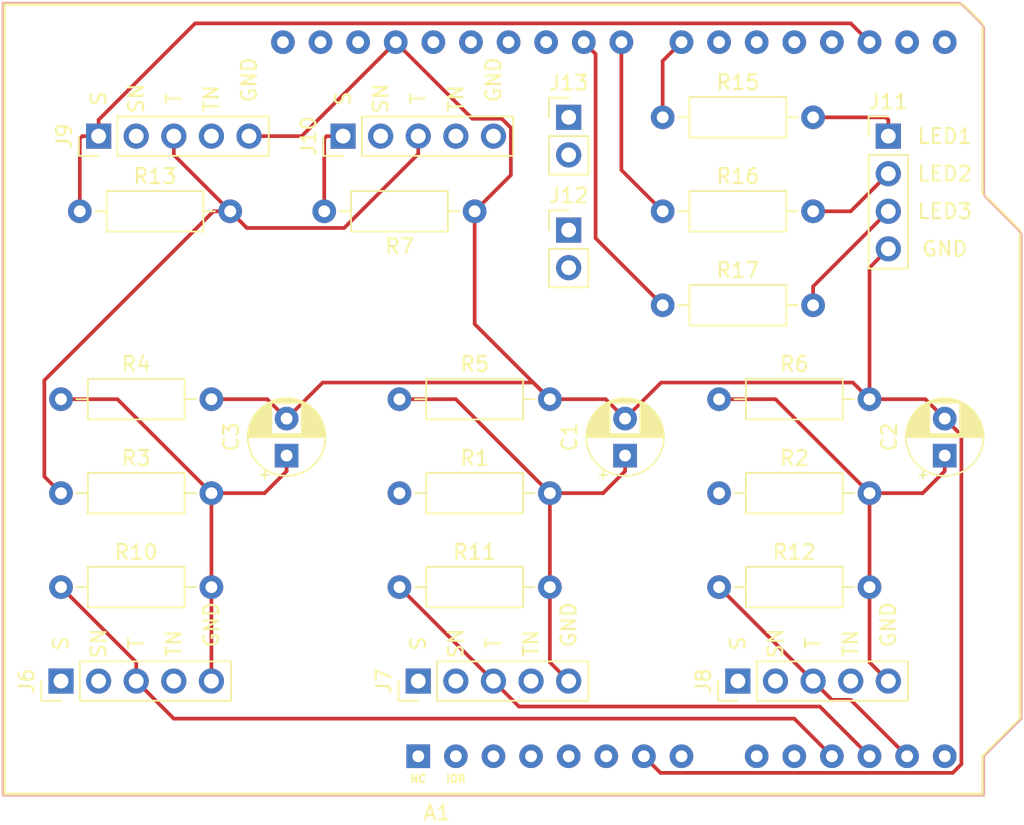
<source format=kicad_pcb>
(kicad_pcb (version 20171130) (host pcbnew 5.1.5-52549c5~84~ubuntu18.04.1)

  (general
    (thickness 1.6)
    (drawings 0)
    (tracks 106)
    (zones 0)
    (modules 26)
    (nets 53)
  )

  (page A4)
  (layers
    (0 F.Cu signal)
    (31 B.Cu signal)
    (32 B.Adhes user)
    (33 F.Adhes user)
    (34 B.Paste user)
    (35 F.Paste user)
    (36 B.SilkS user)
    (37 F.SilkS user)
    (38 B.Mask user)
    (39 F.Mask user)
    (40 Dwgs.User user)
    (41 Cmts.User user)
    (42 Eco1.User user)
    (43 Eco2.User user)
    (44 Edge.Cuts user)
    (45 Margin user)
    (46 B.CrtYd user)
    (47 F.CrtYd user)
    (48 B.Fab user)
    (49 F.Fab user)
  )

  (setup
    (last_trace_width 0.25)
    (trace_clearance 0.2)
    (zone_clearance 0.508)
    (zone_45_only no)
    (trace_min 0.2)
    (via_size 0.8)
    (via_drill 0.4)
    (via_min_size 0.4)
    (via_min_drill 0.3)
    (uvia_size 0.3)
    (uvia_drill 0.1)
    (uvias_allowed no)
    (uvia_min_size 0.2)
    (uvia_min_drill 0.1)
    (edge_width 0.05)
    (segment_width 0.2)
    (pcb_text_width 0.3)
    (pcb_text_size 1.5 1.5)
    (mod_edge_width 0.12)
    (mod_text_size 1 1)
    (mod_text_width 0.15)
    (pad_size 1.524 1.524)
    (pad_drill 0.762)
    (pad_to_mask_clearance 0.051)
    (solder_mask_min_width 0.25)
    (aux_axis_origin 0 0)
    (visible_elements FFFFFF7F)
    (pcbplotparams
      (layerselection 0x010fc_ffffffff)
      (usegerberextensions false)
      (usegerberattributes false)
      (usegerberadvancedattributes false)
      (creategerberjobfile false)
      (excludeedgelayer true)
      (linewidth 0.100000)
      (plotframeref false)
      (viasonmask false)
      (mode 1)
      (useauxorigin false)
      (hpglpennumber 1)
      (hpglpenspeed 20)
      (hpglpendiameter 15.000000)
      (psnegative false)
      (psa4output false)
      (plotreference true)
      (plotvalue true)
      (plotinvisibletext false)
      (padsonsilk false)
      (subtractmaskfromsilk false)
      (outputformat 1)
      (mirror false)
      (drillshape 1)
      (scaleselection 1)
      (outputdirectory ""))
  )

  (net 0 "")
  (net 1 "Net-(A1-Pad16)")
  (net 2 "Net-(A1-Pad15)")
  (net 3 "Net-(A1-Pad30)")
  (net 4 "Net-(A1-Pad14)")
  (net 5 /GND)
  (net 6 "Net-(A1-Pad13)")
  (net 7 "Net-(A1-Pad28)")
  (net 8 "Net-(A1-Pad12)")
  (net 9 "Net-(A1-Pad27)")
  (net 10 "Net-(A1-Pad11)")
  (net 11 "Net-(A1-Pad26)")
  (net 12 "Net-(A1-Pad10)")
  (net 13 "Net-(A1-Pad25)")
  (net 14 "Net-(A1-Pad9)")
  (net 15 "Net-(A1-Pad24)")
  (net 16 "Net-(A1-Pad8)")
  (net 17 "Net-(A1-Pad23)")
  (net 18 "Net-(A1-Pad22)")
  (net 19 "Net-(A1-Pad6)")
  (net 20 "Net-(A1-Pad21)")
  (net 21 /Collector)
  (net 22 "Net-(A1-Pad20)")
  (net 23 "Net-(A1-Pad4)")
  (net 24 /Emitter)
  (net 25 "Net-(A1-Pad3)")
  (net 26 "Net-(A1-Pad18)")
  (net 27 "Net-(A1-Pad2)")
  (net 28 /Data)
  (net 29 "Net-(A1-Pad1)")
  (net 30 "Net-(A1-Pad31)")
  (net 31 "Net-(A1-Pad32)")
  (net 32 "Net-(C1-Pad1)")
  (net 33 "Net-(C2-Pad1)")
  (net 34 "Net-(C3-Pad1)")
  (net 35 "Net-(D1-Pad2)")
  (net 36 "Net-(D2-Pad2)")
  (net 37 "Net-(D3-Pad2)")
  (net 38 "Net-(J6-Pad4)")
  (net 39 "Net-(J6-Pad2)")
  (net 40 "Net-(J6-Pad1)")
  (net 41 "Net-(J7-Pad4)")
  (net 42 "Net-(J7-Pad2)")
  (net 43 "Net-(J7-Pad1)")
  (net 44 "Net-(J8-Pad4)")
  (net 45 "Net-(J8-Pad2)")
  (net 46 "Net-(J8-Pad1)")
  (net 47 "Net-(J9-Pad4)")
  (net 48 "Net-(J9-Pad2)")
  (net 49 "Net-(J10-Pad5)")
  (net 50 "Net-(J10-Pad4)")
  (net 51 "Net-(J10-Pad2)")
  (net 52 "Net-(A1-Pad19)")

  (net_class Default "This is the default net class."
    (clearance 0.2)
    (trace_width 0.25)
    (via_dia 0.8)
    (via_drill 0.4)
    (uvia_dia 0.3)
    (uvia_drill 0.1)
    (add_net /Collector)
    (add_net /Data)
    (add_net /Emitter)
    (add_net /GND)
    (add_net "Net-(A1-Pad1)")
    (add_net "Net-(A1-Pad10)")
    (add_net "Net-(A1-Pad11)")
    (add_net "Net-(A1-Pad12)")
    (add_net "Net-(A1-Pad13)")
    (add_net "Net-(A1-Pad14)")
    (add_net "Net-(A1-Pad15)")
    (add_net "Net-(A1-Pad16)")
    (add_net "Net-(A1-Pad18)")
    (add_net "Net-(A1-Pad19)")
    (add_net "Net-(A1-Pad2)")
    (add_net "Net-(A1-Pad20)")
    (add_net "Net-(A1-Pad21)")
    (add_net "Net-(A1-Pad22)")
    (add_net "Net-(A1-Pad23)")
    (add_net "Net-(A1-Pad24)")
    (add_net "Net-(A1-Pad25)")
    (add_net "Net-(A1-Pad26)")
    (add_net "Net-(A1-Pad27)")
    (add_net "Net-(A1-Pad28)")
    (add_net "Net-(A1-Pad3)")
    (add_net "Net-(A1-Pad30)")
    (add_net "Net-(A1-Pad31)")
    (add_net "Net-(A1-Pad32)")
    (add_net "Net-(A1-Pad4)")
    (add_net "Net-(A1-Pad6)")
    (add_net "Net-(A1-Pad8)")
    (add_net "Net-(A1-Pad9)")
    (add_net "Net-(C1-Pad1)")
    (add_net "Net-(C2-Pad1)")
    (add_net "Net-(C3-Pad1)")
    (add_net "Net-(D1-Pad2)")
    (add_net "Net-(D2-Pad2)")
    (add_net "Net-(D3-Pad2)")
    (add_net "Net-(J10-Pad2)")
    (add_net "Net-(J10-Pad4)")
    (add_net "Net-(J10-Pad5)")
    (add_net "Net-(J6-Pad1)")
    (add_net "Net-(J6-Pad2)")
    (add_net "Net-(J6-Pad4)")
    (add_net "Net-(J7-Pad1)")
    (add_net "Net-(J7-Pad2)")
    (add_net "Net-(J7-Pad4)")
    (add_net "Net-(J8-Pad1)")
    (add_net "Net-(J8-Pad2)")
    (add_net "Net-(J8-Pad4)")
    (add_net "Net-(J9-Pad2)")
    (add_net "Net-(J9-Pad4)")
  )

  (net_class 20 ""
    (clearance 0.2)
    (trace_width 0.508)
    (via_dia 0.8)
    (via_drill 0.4)
    (uvia_dia 0.3)
    (uvia_drill 0.1)
  )

  (module Resistor_THT:R_Axial_DIN0207_L6.3mm_D2.5mm_P10.16mm_Horizontal (layer F.Cu) (tedit 5AE5139B) (tstamp 5E484977)
    (at 151.13 72.39)
    (descr "Resistor, Axial_DIN0207 series, Axial, Horizontal, pin pitch=10.16mm, 0.25W = 1/4W, length*diameter=6.3*2.5mm^2, http://cdn-reichelt.de/documents/datenblatt/B400/1_4W%23YAG.pdf")
    (tags "Resistor Axial_DIN0207 series Axial Horizontal pin pitch 10.16mm 0.25W = 1/4W length 6.3mm diameter 2.5mm")
    (path /5E53C70A)
    (fp_text reference R16 (at 5.08 -2.37) (layer F.SilkS)
      (effects (font (size 1 1) (thickness 0.15)))
    )
    (fp_text value 220R (at 5.08 2.37) (layer F.Fab)
      (effects (font (size 1 1) (thickness 0.15)))
    )
    (fp_text user %R (at 5.08 0) (layer F.Fab)
      (effects (font (size 1 1) (thickness 0.15)))
    )
    (fp_line (start 11.21 -1.5) (end -1.05 -1.5) (layer F.CrtYd) (width 0.05))
    (fp_line (start 11.21 1.5) (end 11.21 -1.5) (layer F.CrtYd) (width 0.05))
    (fp_line (start -1.05 1.5) (end 11.21 1.5) (layer F.CrtYd) (width 0.05))
    (fp_line (start -1.05 -1.5) (end -1.05 1.5) (layer F.CrtYd) (width 0.05))
    (fp_line (start 9.12 0) (end 8.35 0) (layer F.SilkS) (width 0.12))
    (fp_line (start 1.04 0) (end 1.81 0) (layer F.SilkS) (width 0.12))
    (fp_line (start 8.35 -1.37) (end 1.81 -1.37) (layer F.SilkS) (width 0.12))
    (fp_line (start 8.35 1.37) (end 8.35 -1.37) (layer F.SilkS) (width 0.12))
    (fp_line (start 1.81 1.37) (end 8.35 1.37) (layer F.SilkS) (width 0.12))
    (fp_line (start 1.81 -1.37) (end 1.81 1.37) (layer F.SilkS) (width 0.12))
    (fp_line (start 10.16 0) (end 8.23 0) (layer F.Fab) (width 0.1))
    (fp_line (start 0 0) (end 1.93 0) (layer F.Fab) (width 0.1))
    (fp_line (start 8.23 -1.25) (end 1.93 -1.25) (layer F.Fab) (width 0.1))
    (fp_line (start 8.23 1.25) (end 8.23 -1.25) (layer F.Fab) (width 0.1))
    (fp_line (start 1.93 1.25) (end 8.23 1.25) (layer F.Fab) (width 0.1))
    (fp_line (start 1.93 -1.25) (end 1.93 1.25) (layer F.Fab) (width 0.1))
    (pad 2 thru_hole oval (at 10.16 0) (size 1.6 1.6) (drill 0.8) (layers *.Cu *.Mask)
      (net 36 "Net-(D2-Pad2)"))
    (pad 1 thru_hole circle (at 0 0) (size 1.6 1.6) (drill 0.8) (layers *.Cu *.Mask)
      (net 17 "Net-(A1-Pad23)"))
    (model ${KISYS3DMOD}/Resistor_THT.3dshapes/R_Axial_DIN0207_L6.3mm_D2.5mm_P10.16mm_Horizontal.wrl
      (at (xyz 0 0 0))
      (scale (xyz 1 1 1))
      (rotate (xyz 0 0 0))
    )
  )

  (module My_Arduino:Arduino_UNO_R3_shield (layer F.Cu) (tedit 5E4433B8) (tstamp 5E48451A)
    (at 134.62 109.22)
    (descr "Arduino UNO R3, http://www.mouser.com/pdfdocs/Gravitech_Arduino_Nano3_0.pdf")
    (tags "Arduino UNO R3")
    (path /5E4000FE)
    (fp_text reference A1 (at 1.27 3.81 180) (layer F.SilkS)
      (effects (font (size 1 1) (thickness 0.15)))
    )
    (fp_text value Arduino_UNO_R3 (at -8.89 -33.02) (layer F.Fab) hide
      (effects (font (size 1 1) (thickness 0.15)))
    )
    (fp_text user IOR (at 2.54 1.524) (layer F.SilkS)
      (effects (font (size 0.508 0.508) (thickness 0.127)))
    )
    (fp_text user NC (at 0 1.524) (layer F.SilkS)
      (effects (font (size 0.508 0.508) (thickness 0.127)))
    )
    (fp_line (start -27.94 2.54) (end 38.1 2.54) (layer F.CrtYd) (width 0.12))
    (fp_line (start -27.94 -50.8) (end -27.94 2.54) (layer F.CrtYd) (width 0.12))
    (fp_line (start 36.83 -50.8) (end -27.94 -50.8) (layer F.CrtYd) (width 0.12))
    (fp_line (start 38.1 -49.53) (end 36.83 -50.8) (layer F.CrtYd) (width 0.12))
    (fp_line (start 38.1 -38.1) (end 38.1 -49.53) (layer F.CrtYd) (width 0.12))
    (fp_line (start 40.64 -35.56) (end 38.1 -38.1) (layer F.CrtYd) (width 0.12))
    (fp_line (start 40.64 -2.54) (end 40.64 -35.56) (layer F.CrtYd) (width 0.12))
    (fp_line (start 38.1 0) (end 40.64 -2.54) (layer F.CrtYd) (width 0.12))
    (fp_line (start 38.1 2.54) (end 38.1 0) (layer F.CrtYd) (width 0.12))
    (fp_line (start -27.94 2.54) (end 38.1 2.54) (layer F.SilkS) (width 0.15))
    (fp_line (start -27.94 -50.8) (end -27.94 2.54) (layer F.SilkS) (width 0.15))
    (fp_line (start 36.83 -50.8) (end -27.94 -50.8) (layer F.SilkS) (width 0.15))
    (fp_line (start 38.1 -49.53) (end 36.83 -50.8) (layer F.SilkS) (width 0.15))
    (fp_line (start 38.1 -38.1) (end 38.1 -49.53) (layer F.SilkS) (width 0.15))
    (fp_line (start 40.64 -35.56) (end 38.1 -38.1) (layer F.SilkS) (width 0.15))
    (fp_line (start 40.64 -2.54) (end 40.64 -35.56) (layer F.SilkS) (width 0.15))
    (fp_line (start 38.1 0) (end 40.64 -2.54) (layer F.SilkS) (width 0.15))
    (fp_line (start 38.1 2.54) (end 38.1 0) (layer F.SilkS) (width 0.15))
    (fp_line (start -28.07 2.67) (end -28.07 -50.93) (layer B.SilkS) (width 0.15))
    (fp_line (start -28.19 -51.05) (end -28.19 2.79) (layer B.CrtYd) (width 0.12))
    (fp_line (start 38.23 -37.85) (end 40.77 -35.31) (layer B.SilkS) (width 0.12))
    (fp_line (start 38.23 -49.28) (end 38.23 -37.85) (layer B.SilkS) (width 0.12))
    (fp_line (start 36.58 -50.93) (end 38.23 -49.28) (layer B.SilkS) (width 0.12))
    (fp_line (start -28.07 -50.93) (end 36.58 -50.93) (layer B.SilkS) (width 0.12))
    (fp_line (start 38.23 2.67) (end -28.07 2.67) (layer B.SilkS) (width 0.12))
    (fp_line (start 38.23 0) (end 38.23 2.67) (layer B.SilkS) (width 0.12))
    (fp_line (start 40.77 -2.54) (end 38.23 0) (layer B.SilkS) (width 0.12))
    (fp_line (start 40.77 -35.31) (end 40.77 -2.54) (layer B.SilkS) (width 0.12))
    (fp_line (start -28.19 2.79) (end 38.35 2.79) (layer B.CrtYd) (width 0.05))
    (fp_line (start 36.58 -51.05) (end -28.19 -51.05) (layer B.CrtYd) (width 0.05))
    (fp_line (start 38.35 -49.28) (end 36.58 -51.05) (layer B.CrtYd) (width 0.05))
    (fp_line (start 38.35 -37.85) (end 38.35 -49.28) (layer B.CrtYd) (width 0.05))
    (fp_line (start 40.89 -35.31) (end 38.35 -37.85) (layer B.CrtYd) (width 0.05))
    (fp_line (start 40.89 -2.54) (end 40.89 -35.31) (layer B.CrtYd) (width 0.05))
    (fp_line (start 38.35 0) (end 40.89 -2.54) (layer B.CrtYd) (width 0.05))
    (fp_line (start 38.35 2.79) (end 38.35 0) (layer B.CrtYd) (width 0.05))
    (fp_text user %R (at 0 -25.4 180) (layer F.Fab)
      (effects (font (size 1 1) (thickness 0.15)))
    )
    (pad 16 thru_hole oval (at 33.02 -48.26 270) (size 1.6 1.6) (drill 0.8) (layers *.Cu *.Mask)
      (net 1 "Net-(A1-Pad16)"))
    (pad 15 thru_hole oval (at 35.56 -48.26 270) (size 1.6 1.6) (drill 0.8) (layers *.Cu *.Mask)
      (net 2 "Net-(A1-Pad15)"))
    (pad 30 thru_hole oval (at -4.06 -48.26 270) (size 1.6 1.6) (drill 0.8) (layers *.Cu *.Mask)
      (net 3 "Net-(A1-Pad30)"))
    (pad 14 thru_hole oval (at 35.56 0 270) (size 1.6 1.6) (drill 0.8) (layers *.Cu *.Mask)
      (net 4 "Net-(A1-Pad14)"))
    (pad 29 thru_hole oval (at -1.52 -48.26 270) (size 1.6 1.6) (drill 0.8) (layers *.Cu *.Mask)
      (net 5 /GND))
    (pad 13 thru_hole oval (at 33.02 0 270) (size 1.6 1.6) (drill 0.8) (layers *.Cu *.Mask)
      (net 6 "Net-(A1-Pad13)"))
    (pad 28 thru_hole oval (at 1.02 -48.26 270) (size 1.6 1.6) (drill 0.8) (layers *.Cu *.Mask)
      (net 7 "Net-(A1-Pad28)"))
    (pad 12 thru_hole oval (at 30.48 0 270) (size 1.6 1.6) (drill 0.8) (layers *.Cu *.Mask)
      (net 8 "Net-(A1-Pad12)"))
    (pad 27 thru_hole oval (at 3.56 -48.26 270) (size 1.6 1.6) (drill 0.8) (layers *.Cu *.Mask)
      (net 9 "Net-(A1-Pad27)"))
    (pad 11 thru_hole oval (at 27.94 0 270) (size 1.6 1.6) (drill 0.8) (layers *.Cu *.Mask)
      (net 10 "Net-(A1-Pad11)"))
    (pad 26 thru_hole oval (at 6.1 -48.26 270) (size 1.6 1.6) (drill 0.8) (layers *.Cu *.Mask)
      (net 11 "Net-(A1-Pad26)"))
    (pad 10 thru_hole oval (at 25.4 0 270) (size 1.6 1.6) (drill 0.8) (layers *.Cu *.Mask)
      (net 12 "Net-(A1-Pad10)"))
    (pad 25 thru_hole oval (at 8.64 -48.26 270) (size 1.6 1.6) (drill 0.8) (layers *.Cu *.Mask)
      (net 13 "Net-(A1-Pad25)"))
    (pad 9 thru_hole oval (at 22.86 0 270) (size 1.6 1.6) (drill 0.8) (layers *.Cu *.Mask)
      (net 14 "Net-(A1-Pad9)"))
    (pad 24 thru_hole oval (at 11.18 -48.26 270) (size 1.6 1.6) (drill 0.8) (layers *.Cu *.Mask)
      (net 15 "Net-(A1-Pad24)"))
    (pad 8 thru_hole oval (at 17.78 0 270) (size 1.6 1.6) (drill 0.8) (layers *.Cu *.Mask)
      (net 16 "Net-(A1-Pad8)"))
    (pad 23 thru_hole oval (at 13.72 -48.26 270) (size 1.6 1.6) (drill 0.8) (layers *.Cu *.Mask)
      (net 17 "Net-(A1-Pad23)"))
    (pad 7 thru_hole oval (at 15.24 0 270) (size 1.6 1.6) (drill 0.8) (layers *.Cu *.Mask)
      (net 5 /GND))
    (pad 22 thru_hole oval (at 17.78 -48.26 270) (size 1.6 1.6) (drill 0.8) (layers *.Cu *.Mask)
      (net 18 "Net-(A1-Pad22)"))
    (pad 6 thru_hole oval (at 12.7 0 270) (size 1.6 1.6) (drill 0.8) (layers *.Cu *.Mask)
      (net 19 "Net-(A1-Pad6)"))
    (pad 21 thru_hole oval (at 20.32 -48.26 270) (size 1.6 1.6) (drill 0.8) (layers *.Cu *.Mask)
      (net 20 "Net-(A1-Pad21)"))
    (pad 5 thru_hole oval (at 10.16 0 270) (size 1.6 1.6) (drill 0.8) (layers *.Cu *.Mask)
      (net 21 /Collector))
    (pad 20 thru_hole oval (at 22.86 -48.26 270) (size 1.6 1.6) (drill 0.8) (layers *.Cu *.Mask)
      (net 22 "Net-(A1-Pad20)"))
    (pad 4 thru_hole oval (at 7.62 0 270) (size 1.6 1.6) (drill 0.8) (layers *.Cu *.Mask)
      (net 23 "Net-(A1-Pad4)"))
    (pad 19 thru_hole oval (at 25.4 -48.26 270) (size 1.6 1.6) (drill 0.8) (layers *.Cu *.Mask)
      (net 52 "Net-(A1-Pad19)"))
    (pad 3 thru_hole oval (at 5.08 0 270) (size 1.6 1.6) (drill 0.8) (layers *.Cu *.Mask)
      (net 25 "Net-(A1-Pad3)"))
    (pad 18 thru_hole oval (at 27.94 -48.26 270) (size 1.6 1.6) (drill 0.8) (layers *.Cu *.Mask)
      (net 26 "Net-(A1-Pad18)"))
    (pad 2 thru_hole oval (at 2.54 0 270) (size 1.6 1.6) (drill 0.8) (layers *.Cu *.Mask)
      (net 27 "Net-(A1-Pad2)"))
    (pad 17 thru_hole oval (at 30.48 -48.26 270) (size 1.6 1.6) (drill 0.8) (layers *.Cu *.Mask)
      (net 28 /Data))
    (pad 1 thru_hole rect (at 0 0 270) (size 1.6 1.6) (drill 0.8) (layers *.Cu *.Mask)
      (net 29 "Net-(A1-Pad1)"))
    (pad 31 thru_hole oval (at -6.6 -48.26 270) (size 1.6 1.6) (drill 0.8) (layers *.Cu *.Mask)
      (net 30 "Net-(A1-Pad31)"))
    (pad 32 thru_hole oval (at -9.14 -48.26 270) (size 1.6 1.6) (drill 0.8) (layers *.Cu *.Mask)
      (net 31 "Net-(A1-Pad32)"))
    (model ${KISYS3DMOD}/Module.3dshapes/Arduino_UNO_R3.wrl
      (at (xyz 0 0 0))
      (scale (xyz 1 1 1))
      (rotate (xyz 0 0 0))
    )
  )

  (module Connector_PinHeader_2.54mm:PinHeader_1x02_P2.54mm_Vertical (layer F.Cu) (tedit 59FED5CC) (tstamp 5E4864C9)
    (at 144.78 66.04)
    (descr "Through hole straight pin header, 1x02, 2.54mm pitch, single row")
    (tags "Through hole pin header THT 1x02 2.54mm single row")
    (path /5E4D0334)
    (fp_text reference J13 (at 0 -2.33) (layer F.SilkS)
      (effects (font (size 1 1) (thickness 0.15)))
    )
    (fp_text value Conn_01x02_Male (at 0 4.87 90) (layer F.Fab) hide
      (effects (font (size 1 1) (thickness 0.15)))
    )
    (fp_text user %R (at 0 1.27 90) (layer F.Fab)
      (effects (font (size 1 1) (thickness 0.15)))
    )
    (fp_line (start 1.8 -1.8) (end -1.8 -1.8) (layer F.CrtYd) (width 0.05))
    (fp_line (start 1.8 4.35) (end 1.8 -1.8) (layer F.CrtYd) (width 0.05))
    (fp_line (start -1.8 4.35) (end 1.8 4.35) (layer F.CrtYd) (width 0.05))
    (fp_line (start -1.8 -1.8) (end -1.8 4.35) (layer F.CrtYd) (width 0.05))
    (fp_line (start -1.33 -1.33) (end 0 -1.33) (layer F.SilkS) (width 0.12))
    (fp_line (start -1.33 0) (end -1.33 -1.33) (layer F.SilkS) (width 0.12))
    (fp_line (start -1.33 1.27) (end 1.33 1.27) (layer F.SilkS) (width 0.12))
    (fp_line (start 1.33 1.27) (end 1.33 3.87) (layer F.SilkS) (width 0.12))
    (fp_line (start -1.33 1.27) (end -1.33 3.87) (layer F.SilkS) (width 0.12))
    (fp_line (start -1.33 3.87) (end 1.33 3.87) (layer F.SilkS) (width 0.12))
    (fp_line (start -1.27 -0.635) (end -0.635 -1.27) (layer F.Fab) (width 0.1))
    (fp_line (start -1.27 3.81) (end -1.27 -0.635) (layer F.Fab) (width 0.1))
    (fp_line (start 1.27 3.81) (end -1.27 3.81) (layer F.Fab) (width 0.1))
    (fp_line (start 1.27 -1.27) (end 1.27 3.81) (layer F.Fab) (width 0.1))
    (fp_line (start -0.635 -1.27) (end 1.27 -1.27) (layer F.Fab) (width 0.1))
    (pad 2 thru_hole oval (at 0 2.54) (size 1.7 1.7) (drill 1) (layers *.Cu *.Mask)
      (net 24 /Emitter))
    (pad 1 thru_hole rect (at 0 0) (size 1.7 1.7) (drill 1) (layers *.Cu *.Mask)
      (net 52 "Net-(A1-Pad19)"))
    (model ${KISYS3DMOD}/Connector_PinHeader_2.54mm.3dshapes/PinHeader_1x02_P2.54mm_Vertical.wrl
      (at (xyz 0 0 0))
      (scale (xyz 1 1 1))
      (rotate (xyz 0 0 0))
    )
  )

  (module Connector_PinHeader_2.54mm:PinHeader_1x02_P2.54mm_Vertical (layer F.Cu) (tedit 59FED5CC) (tstamp 5E4864B3)
    (at 144.78 73.66)
    (descr "Through hole straight pin header, 1x02, 2.54mm pitch, single row")
    (tags "Through hole pin header THT 1x02 2.54mm single row")
    (path /5E4F32DC)
    (fp_text reference J12 (at 0 -2.33) (layer F.SilkS)
      (effects (font (size 1 1) (thickness 0.15)))
    )
    (fp_text value Conn_01x02_Male (at 0 4.87) (layer F.Fab) hide
      (effects (font (size 1 1) (thickness 0.15)))
    )
    (fp_text user %R (at 0 1.27 90) (layer F.Fab)
      (effects (font (size 1 1) (thickness 0.15)))
    )
    (fp_line (start 1.8 -1.8) (end -1.8 -1.8) (layer F.CrtYd) (width 0.05))
    (fp_line (start 1.8 4.35) (end 1.8 -1.8) (layer F.CrtYd) (width 0.05))
    (fp_line (start -1.8 4.35) (end 1.8 4.35) (layer F.CrtYd) (width 0.05))
    (fp_line (start -1.8 -1.8) (end -1.8 4.35) (layer F.CrtYd) (width 0.05))
    (fp_line (start -1.33 -1.33) (end 0 -1.33) (layer F.SilkS) (width 0.12))
    (fp_line (start -1.33 0) (end -1.33 -1.33) (layer F.SilkS) (width 0.12))
    (fp_line (start -1.33 1.27) (end 1.33 1.27) (layer F.SilkS) (width 0.12))
    (fp_line (start 1.33 1.27) (end 1.33 3.87) (layer F.SilkS) (width 0.12))
    (fp_line (start -1.33 1.27) (end -1.33 3.87) (layer F.SilkS) (width 0.12))
    (fp_line (start -1.33 3.87) (end 1.33 3.87) (layer F.SilkS) (width 0.12))
    (fp_line (start -1.27 -0.635) (end -0.635 -1.27) (layer F.Fab) (width 0.1))
    (fp_line (start -1.27 3.81) (end -1.27 -0.635) (layer F.Fab) (width 0.1))
    (fp_line (start 1.27 3.81) (end -1.27 3.81) (layer F.Fab) (width 0.1))
    (fp_line (start 1.27 -1.27) (end 1.27 3.81) (layer F.Fab) (width 0.1))
    (fp_line (start -0.635 -1.27) (end 1.27 -1.27) (layer F.Fab) (width 0.1))
    (pad 2 thru_hole oval (at 0 2.54) (size 1.7 1.7) (drill 1) (layers *.Cu *.Mask)
      (net 12 "Net-(A1-Pad10)"))
    (pad 1 thru_hole rect (at 0 0) (size 1.7 1.7) (drill 1) (layers *.Cu *.Mask)
      (net 24 /Emitter))
    (model ${KISYS3DMOD}/Connector_PinHeader_2.54mm.3dshapes/PinHeader_1x02_P2.54mm_Vertical.wrl
      (at (xyz 0 0 0))
      (scale (xyz 1 1 1))
      (rotate (xyz 0 0 0))
    )
  )

  (module Resistor_THT:R_Axial_DIN0207_L6.3mm_D2.5mm_P10.16mm_Horizontal (layer F.Cu) (tedit 5AE5139B) (tstamp 5E48498E)
    (at 151.13 78.74)
    (descr "Resistor, Axial_DIN0207 series, Axial, Horizontal, pin pitch=10.16mm, 0.25W = 1/4W, length*diameter=6.3*2.5mm^2, http://cdn-reichelt.de/documents/datenblatt/B400/1_4W%23YAG.pdf")
    (tags "Resistor Axial_DIN0207 series Axial Horizontal pin pitch 10.16mm 0.25W = 1/4W length 6.3mm diameter 2.5mm")
    (path /5E53F657)
    (fp_text reference R17 (at 5.08 -2.37) (layer F.SilkS)
      (effects (font (size 1 1) (thickness 0.15)))
    )
    (fp_text value 220R (at 5.08 2.37) (layer F.Fab)
      (effects (font (size 1 1) (thickness 0.15)))
    )
    (fp_text user %R (at 5.08 0) (layer F.Fab)
      (effects (font (size 1 1) (thickness 0.15)))
    )
    (fp_line (start 11.21 -1.5) (end -1.05 -1.5) (layer F.CrtYd) (width 0.05))
    (fp_line (start 11.21 1.5) (end 11.21 -1.5) (layer F.CrtYd) (width 0.05))
    (fp_line (start -1.05 1.5) (end 11.21 1.5) (layer F.CrtYd) (width 0.05))
    (fp_line (start -1.05 -1.5) (end -1.05 1.5) (layer F.CrtYd) (width 0.05))
    (fp_line (start 9.12 0) (end 8.35 0) (layer F.SilkS) (width 0.12))
    (fp_line (start 1.04 0) (end 1.81 0) (layer F.SilkS) (width 0.12))
    (fp_line (start 8.35 -1.37) (end 1.81 -1.37) (layer F.SilkS) (width 0.12))
    (fp_line (start 8.35 1.37) (end 8.35 -1.37) (layer F.SilkS) (width 0.12))
    (fp_line (start 1.81 1.37) (end 8.35 1.37) (layer F.SilkS) (width 0.12))
    (fp_line (start 1.81 -1.37) (end 1.81 1.37) (layer F.SilkS) (width 0.12))
    (fp_line (start 10.16 0) (end 8.23 0) (layer F.Fab) (width 0.1))
    (fp_line (start 0 0) (end 1.93 0) (layer F.Fab) (width 0.1))
    (fp_line (start 8.23 -1.25) (end 1.93 -1.25) (layer F.Fab) (width 0.1))
    (fp_line (start 8.23 1.25) (end 8.23 -1.25) (layer F.Fab) (width 0.1))
    (fp_line (start 1.93 1.25) (end 8.23 1.25) (layer F.Fab) (width 0.1))
    (fp_line (start 1.93 -1.25) (end 1.93 1.25) (layer F.Fab) (width 0.1))
    (pad 2 thru_hole oval (at 10.16 0) (size 1.6 1.6) (drill 0.8) (layers *.Cu *.Mask)
      (net 37 "Net-(D3-Pad2)"))
    (pad 1 thru_hole circle (at 0 0) (size 1.6 1.6) (drill 0.8) (layers *.Cu *.Mask)
      (net 15 "Net-(A1-Pad24)"))
    (model ${KISYS3DMOD}/Resistor_THT.3dshapes/R_Axial_DIN0207_L6.3mm_D2.5mm_P10.16mm_Horizontal.wrl
      (at (xyz 0 0 0))
      (scale (xyz 1 1 1))
      (rotate (xyz 0 0 0))
    )
  )

  (module Resistor_THT:R_Axial_DIN0207_L6.3mm_D2.5mm_P10.16mm_Horizontal (layer F.Cu) (tedit 5AE5139B) (tstamp 5E484960)
    (at 151.13 66.04)
    (descr "Resistor, Axial_DIN0207 series, Axial, Horizontal, pin pitch=10.16mm, 0.25W = 1/4W, length*diameter=6.3*2.5mm^2, http://cdn-reichelt.de/documents/datenblatt/B400/1_4W%23YAG.pdf")
    (tags "Resistor Axial_DIN0207 series Axial Horizontal pin pitch 10.16mm 0.25W = 1/4W length 6.3mm diameter 2.5mm")
    (path /5E53B609)
    (fp_text reference R15 (at 5.08 -2.37) (layer F.SilkS)
      (effects (font (size 1 1) (thickness 0.15)))
    )
    (fp_text value 220R (at 5.08 2.37) (layer F.Fab)
      (effects (font (size 1 1) (thickness 0.15)))
    )
    (fp_text user %R (at 5.08 0) (layer F.Fab)
      (effects (font (size 1 1) (thickness 0.15)))
    )
    (fp_line (start 11.21 -1.5) (end -1.05 -1.5) (layer F.CrtYd) (width 0.05))
    (fp_line (start 11.21 1.5) (end 11.21 -1.5) (layer F.CrtYd) (width 0.05))
    (fp_line (start -1.05 1.5) (end 11.21 1.5) (layer F.CrtYd) (width 0.05))
    (fp_line (start -1.05 -1.5) (end -1.05 1.5) (layer F.CrtYd) (width 0.05))
    (fp_line (start 9.12 0) (end 8.35 0) (layer F.SilkS) (width 0.12))
    (fp_line (start 1.04 0) (end 1.81 0) (layer F.SilkS) (width 0.12))
    (fp_line (start 8.35 -1.37) (end 1.81 -1.37) (layer F.SilkS) (width 0.12))
    (fp_line (start 8.35 1.37) (end 8.35 -1.37) (layer F.SilkS) (width 0.12))
    (fp_line (start 1.81 1.37) (end 8.35 1.37) (layer F.SilkS) (width 0.12))
    (fp_line (start 1.81 -1.37) (end 1.81 1.37) (layer F.SilkS) (width 0.12))
    (fp_line (start 10.16 0) (end 8.23 0) (layer F.Fab) (width 0.1))
    (fp_line (start 0 0) (end 1.93 0) (layer F.Fab) (width 0.1))
    (fp_line (start 8.23 -1.25) (end 1.93 -1.25) (layer F.Fab) (width 0.1))
    (fp_line (start 8.23 1.25) (end 8.23 -1.25) (layer F.Fab) (width 0.1))
    (fp_line (start 1.93 1.25) (end 8.23 1.25) (layer F.Fab) (width 0.1))
    (fp_line (start 1.93 -1.25) (end 1.93 1.25) (layer F.Fab) (width 0.1))
    (pad 2 thru_hole oval (at 10.16 0) (size 1.6 1.6) (drill 0.8) (layers *.Cu *.Mask)
      (net 35 "Net-(D1-Pad2)"))
    (pad 1 thru_hole circle (at 0 0) (size 1.6 1.6) (drill 0.8) (layers *.Cu *.Mask)
      (net 18 "Net-(A1-Pad22)"))
    (model ${KISYS3DMOD}/Resistor_THT.3dshapes/R_Axial_DIN0207_L6.3mm_D2.5mm_P10.16mm_Horizontal.wrl
      (at (xyz 0 0 0))
      (scale (xyz 1 1 1))
      (rotate (xyz 0 0 0))
    )
  )

  (module Resistor_THT:R_Axial_DIN0207_L6.3mm_D2.5mm_P10.16mm_Horizontal (layer F.Cu) (tedit 5AE5139B) (tstamp 5E484949)
    (at 111.76 72.39)
    (descr "Resistor, Axial_DIN0207 series, Axial, Horizontal, pin pitch=10.16mm, 0.25W = 1/4W, length*diameter=6.3*2.5mm^2, http://cdn-reichelt.de/documents/datenblatt/B400/1_4W%23YAG.pdf")
    (tags "Resistor Axial_DIN0207 series Axial Horizontal pin pitch 10.16mm 0.25W = 1/4W length 6.3mm diameter 2.5mm")
    (path /5E4F8DCE)
    (fp_text reference R13 (at 5.08 -2.37) (layer F.SilkS)
      (effects (font (size 1 1) (thickness 0.15)))
    )
    (fp_text value 4.7k (at 5.08 2.37) (layer F.Fab)
      (effects (font (size 1 1) (thickness 0.15)))
    )
    (fp_text user %R (at 5.08 0) (layer F.Fab)
      (effects (font (size 1 1) (thickness 0.15)))
    )
    (fp_line (start 11.21 -1.5) (end -1.05 -1.5) (layer F.CrtYd) (width 0.05))
    (fp_line (start 11.21 1.5) (end 11.21 -1.5) (layer F.CrtYd) (width 0.05))
    (fp_line (start -1.05 1.5) (end 11.21 1.5) (layer F.CrtYd) (width 0.05))
    (fp_line (start -1.05 -1.5) (end -1.05 1.5) (layer F.CrtYd) (width 0.05))
    (fp_line (start 9.12 0) (end 8.35 0) (layer F.SilkS) (width 0.12))
    (fp_line (start 1.04 0) (end 1.81 0) (layer F.SilkS) (width 0.12))
    (fp_line (start 8.35 -1.37) (end 1.81 -1.37) (layer F.SilkS) (width 0.12))
    (fp_line (start 8.35 1.37) (end 8.35 -1.37) (layer F.SilkS) (width 0.12))
    (fp_line (start 1.81 1.37) (end 8.35 1.37) (layer F.SilkS) (width 0.12))
    (fp_line (start 1.81 -1.37) (end 1.81 1.37) (layer F.SilkS) (width 0.12))
    (fp_line (start 10.16 0) (end 8.23 0) (layer F.Fab) (width 0.1))
    (fp_line (start 0 0) (end 1.93 0) (layer F.Fab) (width 0.1))
    (fp_line (start 8.23 -1.25) (end 1.93 -1.25) (layer F.Fab) (width 0.1))
    (fp_line (start 8.23 1.25) (end 8.23 -1.25) (layer F.Fab) (width 0.1))
    (fp_line (start 1.93 1.25) (end 8.23 1.25) (layer F.Fab) (width 0.1))
    (fp_line (start 1.93 -1.25) (end 1.93 1.25) (layer F.Fab) (width 0.1))
    (pad 2 thru_hole oval (at 10.16 0) (size 1.6 1.6) (drill 0.8) (layers *.Cu *.Mask)
      (net 21 /Collector))
    (pad 1 thru_hole circle (at 0 0) (size 1.6 1.6) (drill 0.8) (layers *.Cu *.Mask)
      (net 28 /Data))
    (model ${KISYS3DMOD}/Resistor_THT.3dshapes/R_Axial_DIN0207_L6.3mm_D2.5mm_P10.16mm_Horizontal.wrl
      (at (xyz 0 0 0))
      (scale (xyz 1 1 1))
      (rotate (xyz 0 0 0))
    )
  )

  (module Resistor_THT:R_Axial_DIN0207_L6.3mm_D2.5mm_P10.16mm_Horizontal (layer F.Cu) (tedit 5AE5139B) (tstamp 5E484932)
    (at 154.94 97.79)
    (descr "Resistor, Axial_DIN0207 series, Axial, Horizontal, pin pitch=10.16mm, 0.25W = 1/4W, length*diameter=6.3*2.5mm^2, http://cdn-reichelt.de/documents/datenblatt/B400/1_4W%23YAG.pdf")
    (tags "Resistor Axial_DIN0207 series Axial Horizontal pin pitch 10.16mm 0.25W = 1/4W length 6.3mm diameter 2.5mm")
    (path /5E490841)
    (fp_text reference R12 (at 5.08 -2.37) (layer F.SilkS)
      (effects (font (size 1 1) (thickness 0.15)))
    )
    (fp_text value 33R (at 5.08 2.37) (layer F.Fab)
      (effects (font (size 1 1) (thickness 0.15)))
    )
    (fp_text user %R (at 5.08 0) (layer F.Fab)
      (effects (font (size 1 1) (thickness 0.15)))
    )
    (fp_line (start 11.21 -1.5) (end -1.05 -1.5) (layer F.CrtYd) (width 0.05))
    (fp_line (start 11.21 1.5) (end 11.21 -1.5) (layer F.CrtYd) (width 0.05))
    (fp_line (start -1.05 1.5) (end 11.21 1.5) (layer F.CrtYd) (width 0.05))
    (fp_line (start -1.05 -1.5) (end -1.05 1.5) (layer F.CrtYd) (width 0.05))
    (fp_line (start 9.12 0) (end 8.35 0) (layer F.SilkS) (width 0.12))
    (fp_line (start 1.04 0) (end 1.81 0) (layer F.SilkS) (width 0.12))
    (fp_line (start 8.35 -1.37) (end 1.81 -1.37) (layer F.SilkS) (width 0.12))
    (fp_line (start 8.35 1.37) (end 8.35 -1.37) (layer F.SilkS) (width 0.12))
    (fp_line (start 1.81 1.37) (end 8.35 1.37) (layer F.SilkS) (width 0.12))
    (fp_line (start 1.81 -1.37) (end 1.81 1.37) (layer F.SilkS) (width 0.12))
    (fp_line (start 10.16 0) (end 8.23 0) (layer F.Fab) (width 0.1))
    (fp_line (start 0 0) (end 1.93 0) (layer F.Fab) (width 0.1))
    (fp_line (start 8.23 -1.25) (end 1.93 -1.25) (layer F.Fab) (width 0.1))
    (fp_line (start 8.23 1.25) (end 8.23 -1.25) (layer F.Fab) (width 0.1))
    (fp_line (start 1.93 1.25) (end 8.23 1.25) (layer F.Fab) (width 0.1))
    (fp_line (start 1.93 -1.25) (end 1.93 1.25) (layer F.Fab) (width 0.1))
    (pad 2 thru_hole oval (at 10.16 0) (size 1.6 1.6) (drill 0.8) (layers *.Cu *.Mask)
      (net 33 "Net-(C2-Pad1)"))
    (pad 1 thru_hole circle (at 0 0) (size 1.6 1.6) (drill 0.8) (layers *.Cu *.Mask)
      (net 6 "Net-(A1-Pad13)"))
    (model ${KISYS3DMOD}/Resistor_THT.3dshapes/R_Axial_DIN0207_L6.3mm_D2.5mm_P10.16mm_Horizontal.wrl
      (at (xyz 0 0 0))
      (scale (xyz 1 1 1))
      (rotate (xyz 0 0 0))
    )
  )

  (module Resistor_THT:R_Axial_DIN0207_L6.3mm_D2.5mm_P10.16mm_Horizontal (layer F.Cu) (tedit 5AE5139B) (tstamp 5E48491B)
    (at 133.35 97.79)
    (descr "Resistor, Axial_DIN0207 series, Axial, Horizontal, pin pitch=10.16mm, 0.25W = 1/4W, length*diameter=6.3*2.5mm^2, http://cdn-reichelt.de/documents/datenblatt/B400/1_4W%23YAG.pdf")
    (tags "Resistor Axial_DIN0207 series Axial Horizontal pin pitch 10.16mm 0.25W = 1/4W length 6.3mm diameter 2.5mm")
    (path /5E469BEF)
    (fp_text reference R11 (at 5.08 -2.37) (layer F.SilkS)
      (effects (font (size 1 1) (thickness 0.15)))
    )
    (fp_text value 33R (at 5.08 2.37) (layer F.Fab)
      (effects (font (size 1 1) (thickness 0.15)))
    )
    (fp_text user %R (at 5.08 0) (layer F.Fab)
      (effects (font (size 1 1) (thickness 0.15)))
    )
    (fp_line (start 11.21 -1.5) (end -1.05 -1.5) (layer F.CrtYd) (width 0.05))
    (fp_line (start 11.21 1.5) (end 11.21 -1.5) (layer F.CrtYd) (width 0.05))
    (fp_line (start -1.05 1.5) (end 11.21 1.5) (layer F.CrtYd) (width 0.05))
    (fp_line (start -1.05 -1.5) (end -1.05 1.5) (layer F.CrtYd) (width 0.05))
    (fp_line (start 9.12 0) (end 8.35 0) (layer F.SilkS) (width 0.12))
    (fp_line (start 1.04 0) (end 1.81 0) (layer F.SilkS) (width 0.12))
    (fp_line (start 8.35 -1.37) (end 1.81 -1.37) (layer F.SilkS) (width 0.12))
    (fp_line (start 8.35 1.37) (end 8.35 -1.37) (layer F.SilkS) (width 0.12))
    (fp_line (start 1.81 1.37) (end 8.35 1.37) (layer F.SilkS) (width 0.12))
    (fp_line (start 1.81 -1.37) (end 1.81 1.37) (layer F.SilkS) (width 0.12))
    (fp_line (start 10.16 0) (end 8.23 0) (layer F.Fab) (width 0.1))
    (fp_line (start 0 0) (end 1.93 0) (layer F.Fab) (width 0.1))
    (fp_line (start 8.23 -1.25) (end 1.93 -1.25) (layer F.Fab) (width 0.1))
    (fp_line (start 8.23 1.25) (end 8.23 -1.25) (layer F.Fab) (width 0.1))
    (fp_line (start 1.93 1.25) (end 8.23 1.25) (layer F.Fab) (width 0.1))
    (fp_line (start 1.93 -1.25) (end 1.93 1.25) (layer F.Fab) (width 0.1))
    (pad 2 thru_hole oval (at 10.16 0) (size 1.6 1.6) (drill 0.8) (layers *.Cu *.Mask)
      (net 32 "Net-(C1-Pad1)"))
    (pad 1 thru_hole circle (at 0 0) (size 1.6 1.6) (drill 0.8) (layers *.Cu *.Mask)
      (net 8 "Net-(A1-Pad12)"))
    (model ${KISYS3DMOD}/Resistor_THT.3dshapes/R_Axial_DIN0207_L6.3mm_D2.5mm_P10.16mm_Horizontal.wrl
      (at (xyz 0 0 0))
      (scale (xyz 1 1 1))
      (rotate (xyz 0 0 0))
    )
  )

  (module Resistor_THT:R_Axial_DIN0207_L6.3mm_D2.5mm_P10.16mm_Horizontal (layer F.Cu) (tedit 5AE5139B) (tstamp 5E484904)
    (at 110.49 97.79)
    (descr "Resistor, Axial_DIN0207 series, Axial, Horizontal, pin pitch=10.16mm, 0.25W = 1/4W, length*diameter=6.3*2.5mm^2, http://cdn-reichelt.de/documents/datenblatt/B400/1_4W%23YAG.pdf")
    (tags "Resistor Axial_DIN0207 series Axial Horizontal pin pitch 10.16mm 0.25W = 1/4W length 6.3mm diameter 2.5mm")
    (path /5E42DB7E)
    (fp_text reference R10 (at 5.08 -2.37) (layer F.SilkS)
      (effects (font (size 1 1) (thickness 0.15)))
    )
    (fp_text value 33R (at 5.08 2.37) (layer F.Fab)
      (effects (font (size 1 1) (thickness 0.15)))
    )
    (fp_text user %R (at 5.08 0) (layer F.Fab)
      (effects (font (size 1 1) (thickness 0.15)))
    )
    (fp_line (start 11.21 -1.5) (end -1.05 -1.5) (layer F.CrtYd) (width 0.05))
    (fp_line (start 11.21 1.5) (end 11.21 -1.5) (layer F.CrtYd) (width 0.05))
    (fp_line (start -1.05 1.5) (end 11.21 1.5) (layer F.CrtYd) (width 0.05))
    (fp_line (start -1.05 -1.5) (end -1.05 1.5) (layer F.CrtYd) (width 0.05))
    (fp_line (start 9.12 0) (end 8.35 0) (layer F.SilkS) (width 0.12))
    (fp_line (start 1.04 0) (end 1.81 0) (layer F.SilkS) (width 0.12))
    (fp_line (start 8.35 -1.37) (end 1.81 -1.37) (layer F.SilkS) (width 0.12))
    (fp_line (start 8.35 1.37) (end 8.35 -1.37) (layer F.SilkS) (width 0.12))
    (fp_line (start 1.81 1.37) (end 8.35 1.37) (layer F.SilkS) (width 0.12))
    (fp_line (start 1.81 -1.37) (end 1.81 1.37) (layer F.SilkS) (width 0.12))
    (fp_line (start 10.16 0) (end 8.23 0) (layer F.Fab) (width 0.1))
    (fp_line (start 0 0) (end 1.93 0) (layer F.Fab) (width 0.1))
    (fp_line (start 8.23 -1.25) (end 1.93 -1.25) (layer F.Fab) (width 0.1))
    (fp_line (start 8.23 1.25) (end 8.23 -1.25) (layer F.Fab) (width 0.1))
    (fp_line (start 1.93 1.25) (end 8.23 1.25) (layer F.Fab) (width 0.1))
    (fp_line (start 1.93 -1.25) (end 1.93 1.25) (layer F.Fab) (width 0.1))
    (pad 2 thru_hole oval (at 10.16 0) (size 1.6 1.6) (drill 0.8) (layers *.Cu *.Mask)
      (net 34 "Net-(C3-Pad1)"))
    (pad 1 thru_hole circle (at 0 0) (size 1.6 1.6) (drill 0.8) (layers *.Cu *.Mask)
      (net 10 "Net-(A1-Pad11)"))
    (model ${KISYS3DMOD}/Resistor_THT.3dshapes/R_Axial_DIN0207_L6.3mm_D2.5mm_P10.16mm_Horizontal.wrl
      (at (xyz 0 0 0))
      (scale (xyz 1 1 1))
      (rotate (xyz 0 0 0))
    )
  )

  (module Resistor_THT:R_Axial_DIN0207_L6.3mm_D2.5mm_P10.16mm_Horizontal (layer F.Cu) (tedit 5AE5139B) (tstamp 5E4848ED)
    (at 138.43 72.39 180)
    (descr "Resistor, Axial_DIN0207 series, Axial, Horizontal, pin pitch=10.16mm, 0.25W = 1/4W, length*diameter=6.3*2.5mm^2, http://cdn-reichelt.de/documents/datenblatt/B400/1_4W%23YAG.pdf")
    (tags "Resistor Axial_DIN0207 series Axial Horizontal pin pitch 10.16mm 0.25W = 1/4W length 6.3mm diameter 2.5mm")
    (path /5E613A8C)
    (fp_text reference R7 (at 5.08 -2.37) (layer F.SilkS)
      (effects (font (size 1 1) (thickness 0.15)))
    )
    (fp_text value 1k (at 5.08 2.37) (layer F.Fab)
      (effects (font (size 1 1) (thickness 0.15)))
    )
    (fp_text user %R (at 5.08 0) (layer F.Fab)
      (effects (font (size 1 1) (thickness 0.15)))
    )
    (fp_line (start 11.21 -1.5) (end -1.05 -1.5) (layer F.CrtYd) (width 0.05))
    (fp_line (start 11.21 1.5) (end 11.21 -1.5) (layer F.CrtYd) (width 0.05))
    (fp_line (start -1.05 1.5) (end 11.21 1.5) (layer F.CrtYd) (width 0.05))
    (fp_line (start -1.05 -1.5) (end -1.05 1.5) (layer F.CrtYd) (width 0.05))
    (fp_line (start 9.12 0) (end 8.35 0) (layer F.SilkS) (width 0.12))
    (fp_line (start 1.04 0) (end 1.81 0) (layer F.SilkS) (width 0.12))
    (fp_line (start 8.35 -1.37) (end 1.81 -1.37) (layer F.SilkS) (width 0.12))
    (fp_line (start 8.35 1.37) (end 8.35 -1.37) (layer F.SilkS) (width 0.12))
    (fp_line (start 1.81 1.37) (end 8.35 1.37) (layer F.SilkS) (width 0.12))
    (fp_line (start 1.81 -1.37) (end 1.81 1.37) (layer F.SilkS) (width 0.12))
    (fp_line (start 10.16 0) (end 8.23 0) (layer F.Fab) (width 0.1))
    (fp_line (start 0 0) (end 1.93 0) (layer F.Fab) (width 0.1))
    (fp_line (start 8.23 -1.25) (end 1.93 -1.25) (layer F.Fab) (width 0.1))
    (fp_line (start 8.23 1.25) (end 8.23 -1.25) (layer F.Fab) (width 0.1))
    (fp_line (start 1.93 1.25) (end 8.23 1.25) (layer F.Fab) (width 0.1))
    (fp_line (start 1.93 -1.25) (end 1.93 1.25) (layer F.Fab) (width 0.1))
    (pad 2 thru_hole oval (at 10.16 0 180) (size 1.6 1.6) (drill 0.8) (layers *.Cu *.Mask)
      (net 24 /Emitter))
    (pad 1 thru_hole circle (at 0 0 180) (size 1.6 1.6) (drill 0.8) (layers *.Cu *.Mask)
      (net 5 /GND))
    (model ${KISYS3DMOD}/Resistor_THT.3dshapes/R_Axial_DIN0207_L6.3mm_D2.5mm_P10.16mm_Horizontal.wrl
      (at (xyz 0 0 0))
      (scale (xyz 1 1 1))
      (rotate (xyz 0 0 0))
    )
  )

  (module Resistor_THT:R_Axial_DIN0207_L6.3mm_D2.5mm_P10.16mm_Horizontal (layer F.Cu) (tedit 5AE5139B) (tstamp 5E4848D6)
    (at 154.94 85.09)
    (descr "Resistor, Axial_DIN0207 series, Axial, Horizontal, pin pitch=10.16mm, 0.25W = 1/4W, length*diameter=6.3*2.5mm^2, http://cdn-reichelt.de/documents/datenblatt/B400/1_4W%23YAG.pdf")
    (tags "Resistor Axial_DIN0207 series Axial Horizontal pin pitch 10.16mm 0.25W = 1/4W length 6.3mm diameter 2.5mm")
    (path /5E4A0502)
    (fp_text reference R6 (at 5.08 -2.37) (layer F.SilkS)
      (effects (font (size 1 1) (thickness 0.15)))
    )
    (fp_text value 100k (at 5.08 2.37) (layer F.Fab)
      (effects (font (size 1 1) (thickness 0.15)))
    )
    (fp_text user %R (at 5.08 0) (layer F.Fab)
      (effects (font (size 1 1) (thickness 0.15)))
    )
    (fp_line (start 11.21 -1.5) (end -1.05 -1.5) (layer F.CrtYd) (width 0.05))
    (fp_line (start 11.21 1.5) (end 11.21 -1.5) (layer F.CrtYd) (width 0.05))
    (fp_line (start -1.05 1.5) (end 11.21 1.5) (layer F.CrtYd) (width 0.05))
    (fp_line (start -1.05 -1.5) (end -1.05 1.5) (layer F.CrtYd) (width 0.05))
    (fp_line (start 9.12 0) (end 8.35 0) (layer F.SilkS) (width 0.12))
    (fp_line (start 1.04 0) (end 1.81 0) (layer F.SilkS) (width 0.12))
    (fp_line (start 8.35 -1.37) (end 1.81 -1.37) (layer F.SilkS) (width 0.12))
    (fp_line (start 8.35 1.37) (end 8.35 -1.37) (layer F.SilkS) (width 0.12))
    (fp_line (start 1.81 1.37) (end 8.35 1.37) (layer F.SilkS) (width 0.12))
    (fp_line (start 1.81 -1.37) (end 1.81 1.37) (layer F.SilkS) (width 0.12))
    (fp_line (start 10.16 0) (end 8.23 0) (layer F.Fab) (width 0.1))
    (fp_line (start 0 0) (end 1.93 0) (layer F.Fab) (width 0.1))
    (fp_line (start 8.23 -1.25) (end 1.93 -1.25) (layer F.Fab) (width 0.1))
    (fp_line (start 8.23 1.25) (end 8.23 -1.25) (layer F.Fab) (width 0.1))
    (fp_line (start 1.93 1.25) (end 8.23 1.25) (layer F.Fab) (width 0.1))
    (fp_line (start 1.93 -1.25) (end 1.93 1.25) (layer F.Fab) (width 0.1))
    (pad 2 thru_hole oval (at 10.16 0) (size 1.6 1.6) (drill 0.8) (layers *.Cu *.Mask)
      (net 5 /GND))
    (pad 1 thru_hole circle (at 0 0) (size 1.6 1.6) (drill 0.8) (layers *.Cu *.Mask)
      (net 33 "Net-(C2-Pad1)"))
    (model ${KISYS3DMOD}/Resistor_THT.3dshapes/R_Axial_DIN0207_L6.3mm_D2.5mm_P10.16mm_Horizontal.wrl
      (at (xyz 0 0 0))
      (scale (xyz 1 1 1))
      (rotate (xyz 0 0 0))
    )
  )

  (module Resistor_THT:R_Axial_DIN0207_L6.3mm_D2.5mm_P10.16mm_Horizontal (layer F.Cu) (tedit 5AE5139B) (tstamp 5E4848BF)
    (at 133.35 85.09)
    (descr "Resistor, Axial_DIN0207 series, Axial, Horizontal, pin pitch=10.16mm, 0.25W = 1/4W, length*diameter=6.3*2.5mm^2, http://cdn-reichelt.de/documents/datenblatt/B400/1_4W%23YAG.pdf")
    (tags "Resistor Axial_DIN0207 series Axial Horizontal pin pitch 10.16mm 0.25W = 1/4W length 6.3mm diameter 2.5mm")
    (path /5E4700C7)
    (fp_text reference R5 (at 5.08 -2.37) (layer F.SilkS)
      (effects (font (size 1 1) (thickness 0.15)))
    )
    (fp_text value 10k (at 5.08 2.37) (layer F.Fab)
      (effects (font (size 1 1) (thickness 0.15)))
    )
    (fp_text user %R (at 5.08 0) (layer F.Fab)
      (effects (font (size 1 1) (thickness 0.15)))
    )
    (fp_line (start 11.21 -1.5) (end -1.05 -1.5) (layer F.CrtYd) (width 0.05))
    (fp_line (start 11.21 1.5) (end 11.21 -1.5) (layer F.CrtYd) (width 0.05))
    (fp_line (start -1.05 1.5) (end 11.21 1.5) (layer F.CrtYd) (width 0.05))
    (fp_line (start -1.05 -1.5) (end -1.05 1.5) (layer F.CrtYd) (width 0.05))
    (fp_line (start 9.12 0) (end 8.35 0) (layer F.SilkS) (width 0.12))
    (fp_line (start 1.04 0) (end 1.81 0) (layer F.SilkS) (width 0.12))
    (fp_line (start 8.35 -1.37) (end 1.81 -1.37) (layer F.SilkS) (width 0.12))
    (fp_line (start 8.35 1.37) (end 8.35 -1.37) (layer F.SilkS) (width 0.12))
    (fp_line (start 1.81 1.37) (end 8.35 1.37) (layer F.SilkS) (width 0.12))
    (fp_line (start 1.81 -1.37) (end 1.81 1.37) (layer F.SilkS) (width 0.12))
    (fp_line (start 10.16 0) (end 8.23 0) (layer F.Fab) (width 0.1))
    (fp_line (start 0 0) (end 1.93 0) (layer F.Fab) (width 0.1))
    (fp_line (start 8.23 -1.25) (end 1.93 -1.25) (layer F.Fab) (width 0.1))
    (fp_line (start 8.23 1.25) (end 8.23 -1.25) (layer F.Fab) (width 0.1))
    (fp_line (start 1.93 1.25) (end 8.23 1.25) (layer F.Fab) (width 0.1))
    (fp_line (start 1.93 -1.25) (end 1.93 1.25) (layer F.Fab) (width 0.1))
    (pad 2 thru_hole oval (at 10.16 0) (size 1.6 1.6) (drill 0.8) (layers *.Cu *.Mask)
      (net 5 /GND))
    (pad 1 thru_hole circle (at 0 0) (size 1.6 1.6) (drill 0.8) (layers *.Cu *.Mask)
      (net 32 "Net-(C1-Pad1)"))
    (model ${KISYS3DMOD}/Resistor_THT.3dshapes/R_Axial_DIN0207_L6.3mm_D2.5mm_P10.16mm_Horizontal.wrl
      (at (xyz 0 0 0))
      (scale (xyz 1 1 1))
      (rotate (xyz 0 0 0))
    )
  )

  (module Resistor_THT:R_Axial_DIN0207_L6.3mm_D2.5mm_P10.16mm_Horizontal (layer F.Cu) (tedit 5AE5139B) (tstamp 5E4848A8)
    (at 110.49 85.09)
    (descr "Resistor, Axial_DIN0207 series, Axial, Horizontal, pin pitch=10.16mm, 0.25W = 1/4W, length*diameter=6.3*2.5mm^2, http://cdn-reichelt.de/documents/datenblatt/B400/1_4W%23YAG.pdf")
    (tags "Resistor Axial_DIN0207 series Axial Horizontal pin pitch 10.16mm 0.25W = 1/4W length 6.3mm diameter 2.5mm")
    (path /5E443359)
    (fp_text reference R4 (at 5.08 -2.37) (layer F.SilkS)
      (effects (font (size 1 1) (thickness 0.15)))
    )
    (fp_text value 10k (at 5.08 2.37) (layer F.Fab)
      (effects (font (size 1 1) (thickness 0.15)))
    )
    (fp_text user %R (at 5.08 0) (layer F.Fab)
      (effects (font (size 1 1) (thickness 0.15)))
    )
    (fp_line (start 11.21 -1.5) (end -1.05 -1.5) (layer F.CrtYd) (width 0.05))
    (fp_line (start 11.21 1.5) (end 11.21 -1.5) (layer F.CrtYd) (width 0.05))
    (fp_line (start -1.05 1.5) (end 11.21 1.5) (layer F.CrtYd) (width 0.05))
    (fp_line (start -1.05 -1.5) (end -1.05 1.5) (layer F.CrtYd) (width 0.05))
    (fp_line (start 9.12 0) (end 8.35 0) (layer F.SilkS) (width 0.12))
    (fp_line (start 1.04 0) (end 1.81 0) (layer F.SilkS) (width 0.12))
    (fp_line (start 8.35 -1.37) (end 1.81 -1.37) (layer F.SilkS) (width 0.12))
    (fp_line (start 8.35 1.37) (end 8.35 -1.37) (layer F.SilkS) (width 0.12))
    (fp_line (start 1.81 1.37) (end 8.35 1.37) (layer F.SilkS) (width 0.12))
    (fp_line (start 1.81 -1.37) (end 1.81 1.37) (layer F.SilkS) (width 0.12))
    (fp_line (start 10.16 0) (end 8.23 0) (layer F.Fab) (width 0.1))
    (fp_line (start 0 0) (end 1.93 0) (layer F.Fab) (width 0.1))
    (fp_line (start 8.23 -1.25) (end 1.93 -1.25) (layer F.Fab) (width 0.1))
    (fp_line (start 8.23 1.25) (end 8.23 -1.25) (layer F.Fab) (width 0.1))
    (fp_line (start 1.93 1.25) (end 8.23 1.25) (layer F.Fab) (width 0.1))
    (fp_line (start 1.93 -1.25) (end 1.93 1.25) (layer F.Fab) (width 0.1))
    (pad 2 thru_hole oval (at 10.16 0) (size 1.6 1.6) (drill 0.8) (layers *.Cu *.Mask)
      (net 5 /GND))
    (pad 1 thru_hole circle (at 0 0) (size 1.6 1.6) (drill 0.8) (layers *.Cu *.Mask)
      (net 34 "Net-(C3-Pad1)"))
    (model ${KISYS3DMOD}/Resistor_THT.3dshapes/R_Axial_DIN0207_L6.3mm_D2.5mm_P10.16mm_Horizontal.wrl
      (at (xyz 0 0 0))
      (scale (xyz 1 1 1))
      (rotate (xyz 0 0 0))
    )
  )

  (module Resistor_THT:R_Axial_DIN0207_L6.3mm_D2.5mm_P10.16mm_Horizontal (layer F.Cu) (tedit 5AE5139B) (tstamp 5E484891)
    (at 110.49 91.44)
    (descr "Resistor, Axial_DIN0207 series, Axial, Horizontal, pin pitch=10.16mm, 0.25W = 1/4W, length*diameter=6.3*2.5mm^2, http://cdn-reichelt.de/documents/datenblatt/B400/1_4W%23YAG.pdf")
    (tags "Resistor Axial_DIN0207 series Axial Horizontal pin pitch 10.16mm 0.25W = 1/4W length 6.3mm diameter 2.5mm")
    (path /5E443353)
    (fp_text reference R3 (at 5.08 -2.37) (layer F.SilkS)
      (effects (font (size 1 1) (thickness 0.15)))
    )
    (fp_text value 10k (at 5.08 2.37) (layer F.Fab)
      (effects (font (size 1 1) (thickness 0.15)))
    )
    (fp_text user %R (at 5.08 0) (layer F.Fab)
      (effects (font (size 1 1) (thickness 0.15)))
    )
    (fp_line (start 11.21 -1.5) (end -1.05 -1.5) (layer F.CrtYd) (width 0.05))
    (fp_line (start 11.21 1.5) (end 11.21 -1.5) (layer F.CrtYd) (width 0.05))
    (fp_line (start -1.05 1.5) (end 11.21 1.5) (layer F.CrtYd) (width 0.05))
    (fp_line (start -1.05 -1.5) (end -1.05 1.5) (layer F.CrtYd) (width 0.05))
    (fp_line (start 9.12 0) (end 8.35 0) (layer F.SilkS) (width 0.12))
    (fp_line (start 1.04 0) (end 1.81 0) (layer F.SilkS) (width 0.12))
    (fp_line (start 8.35 -1.37) (end 1.81 -1.37) (layer F.SilkS) (width 0.12))
    (fp_line (start 8.35 1.37) (end 8.35 -1.37) (layer F.SilkS) (width 0.12))
    (fp_line (start 1.81 1.37) (end 8.35 1.37) (layer F.SilkS) (width 0.12))
    (fp_line (start 1.81 -1.37) (end 1.81 1.37) (layer F.SilkS) (width 0.12))
    (fp_line (start 10.16 0) (end 8.23 0) (layer F.Fab) (width 0.1))
    (fp_line (start 0 0) (end 1.93 0) (layer F.Fab) (width 0.1))
    (fp_line (start 8.23 -1.25) (end 1.93 -1.25) (layer F.Fab) (width 0.1))
    (fp_line (start 8.23 1.25) (end 8.23 -1.25) (layer F.Fab) (width 0.1))
    (fp_line (start 1.93 1.25) (end 8.23 1.25) (layer F.Fab) (width 0.1))
    (fp_line (start 1.93 -1.25) (end 1.93 1.25) (layer F.Fab) (width 0.1))
    (pad 2 thru_hole oval (at 10.16 0) (size 1.6 1.6) (drill 0.8) (layers *.Cu *.Mask)
      (net 34 "Net-(C3-Pad1)"))
    (pad 1 thru_hole circle (at 0 0) (size 1.6 1.6) (drill 0.8) (layers *.Cu *.Mask)
      (net 21 /Collector))
    (model ${KISYS3DMOD}/Resistor_THT.3dshapes/R_Axial_DIN0207_L6.3mm_D2.5mm_P10.16mm_Horizontal.wrl
      (at (xyz 0 0 0))
      (scale (xyz 1 1 1))
      (rotate (xyz 0 0 0))
    )
  )

  (module Resistor_THT:R_Axial_DIN0207_L6.3mm_D2.5mm_P10.16mm_Horizontal (layer F.Cu) (tedit 5AE5139B) (tstamp 5E48487A)
    (at 154.94 91.44)
    (descr "Resistor, Axial_DIN0207 series, Axial, Horizontal, pin pitch=10.16mm, 0.25W = 1/4W, length*diameter=6.3*2.5mm^2, http://cdn-reichelt.de/documents/datenblatt/B400/1_4W%23YAG.pdf")
    (tags "Resistor Axial_DIN0207 series Axial Horizontal pin pitch 10.16mm 0.25W = 1/4W length 6.3mm diameter 2.5mm")
    (path /5E4A04FC)
    (fp_text reference R2 (at 5.08 -2.37) (layer F.SilkS)
      (effects (font (size 1 1) (thickness 0.15)))
    )
    (fp_text value 10k (at 5.08 2.37) (layer F.Fab)
      (effects (font (size 1 1) (thickness 0.15)))
    )
    (fp_text user %R (at 5.08 0) (layer F.Fab)
      (effects (font (size 1 1) (thickness 0.15)))
    )
    (fp_line (start 11.21 -1.5) (end -1.05 -1.5) (layer F.CrtYd) (width 0.05))
    (fp_line (start 11.21 1.5) (end 11.21 -1.5) (layer F.CrtYd) (width 0.05))
    (fp_line (start -1.05 1.5) (end 11.21 1.5) (layer F.CrtYd) (width 0.05))
    (fp_line (start -1.05 -1.5) (end -1.05 1.5) (layer F.CrtYd) (width 0.05))
    (fp_line (start 9.12 0) (end 8.35 0) (layer F.SilkS) (width 0.12))
    (fp_line (start 1.04 0) (end 1.81 0) (layer F.SilkS) (width 0.12))
    (fp_line (start 8.35 -1.37) (end 1.81 -1.37) (layer F.SilkS) (width 0.12))
    (fp_line (start 8.35 1.37) (end 8.35 -1.37) (layer F.SilkS) (width 0.12))
    (fp_line (start 1.81 1.37) (end 8.35 1.37) (layer F.SilkS) (width 0.12))
    (fp_line (start 1.81 -1.37) (end 1.81 1.37) (layer F.SilkS) (width 0.12))
    (fp_line (start 10.16 0) (end 8.23 0) (layer F.Fab) (width 0.1))
    (fp_line (start 0 0) (end 1.93 0) (layer F.Fab) (width 0.1))
    (fp_line (start 8.23 -1.25) (end 1.93 -1.25) (layer F.Fab) (width 0.1))
    (fp_line (start 8.23 1.25) (end 8.23 -1.25) (layer F.Fab) (width 0.1))
    (fp_line (start 1.93 1.25) (end 8.23 1.25) (layer F.Fab) (width 0.1))
    (fp_line (start 1.93 -1.25) (end 1.93 1.25) (layer F.Fab) (width 0.1))
    (pad 2 thru_hole oval (at 10.16 0) (size 1.6 1.6) (drill 0.8) (layers *.Cu *.Mask)
      (net 33 "Net-(C2-Pad1)"))
    (pad 1 thru_hole circle (at 0 0) (size 1.6 1.6) (drill 0.8) (layers *.Cu *.Mask)
      (net 21 /Collector))
    (model ${KISYS3DMOD}/Resistor_THT.3dshapes/R_Axial_DIN0207_L6.3mm_D2.5mm_P10.16mm_Horizontal.wrl
      (at (xyz 0 0 0))
      (scale (xyz 1 1 1))
      (rotate (xyz 0 0 0))
    )
  )

  (module Resistor_THT:R_Axial_DIN0207_L6.3mm_D2.5mm_P10.16mm_Horizontal (layer F.Cu) (tedit 5AE5139B) (tstamp 5E484863)
    (at 133.35 91.44)
    (descr "Resistor, Axial_DIN0207 series, Axial, Horizontal, pin pitch=10.16mm, 0.25W = 1/4W, length*diameter=6.3*2.5mm^2, http://cdn-reichelt.de/documents/datenblatt/B400/1_4W%23YAG.pdf")
    (tags "Resistor Axial_DIN0207 series Axial Horizontal pin pitch 10.16mm 0.25W = 1/4W length 6.3mm diameter 2.5mm")
    (path /5E46F044)
    (fp_text reference R1 (at 5.08 -2.37) (layer F.SilkS)
      (effects (font (size 1 1) (thickness 0.15)))
    )
    (fp_text value 10k (at 5.08 2.37) (layer F.Fab)
      (effects (font (size 1 1) (thickness 0.15)))
    )
    (fp_text user %R (at 5.08 0) (layer F.Fab)
      (effects (font (size 1 1) (thickness 0.15)))
    )
    (fp_line (start 11.21 -1.5) (end -1.05 -1.5) (layer F.CrtYd) (width 0.05))
    (fp_line (start 11.21 1.5) (end 11.21 -1.5) (layer F.CrtYd) (width 0.05))
    (fp_line (start -1.05 1.5) (end 11.21 1.5) (layer F.CrtYd) (width 0.05))
    (fp_line (start -1.05 -1.5) (end -1.05 1.5) (layer F.CrtYd) (width 0.05))
    (fp_line (start 9.12 0) (end 8.35 0) (layer F.SilkS) (width 0.12))
    (fp_line (start 1.04 0) (end 1.81 0) (layer F.SilkS) (width 0.12))
    (fp_line (start 8.35 -1.37) (end 1.81 -1.37) (layer F.SilkS) (width 0.12))
    (fp_line (start 8.35 1.37) (end 8.35 -1.37) (layer F.SilkS) (width 0.12))
    (fp_line (start 1.81 1.37) (end 8.35 1.37) (layer F.SilkS) (width 0.12))
    (fp_line (start 1.81 -1.37) (end 1.81 1.37) (layer F.SilkS) (width 0.12))
    (fp_line (start 10.16 0) (end 8.23 0) (layer F.Fab) (width 0.1))
    (fp_line (start 0 0) (end 1.93 0) (layer F.Fab) (width 0.1))
    (fp_line (start 8.23 -1.25) (end 1.93 -1.25) (layer F.Fab) (width 0.1))
    (fp_line (start 8.23 1.25) (end 8.23 -1.25) (layer F.Fab) (width 0.1))
    (fp_line (start 1.93 1.25) (end 8.23 1.25) (layer F.Fab) (width 0.1))
    (fp_line (start 1.93 -1.25) (end 1.93 1.25) (layer F.Fab) (width 0.1))
    (pad 2 thru_hole oval (at 10.16 0) (size 1.6 1.6) (drill 0.8) (layers *.Cu *.Mask)
      (net 32 "Net-(C1-Pad1)"))
    (pad 1 thru_hole circle (at 0 0) (size 1.6 1.6) (drill 0.8) (layers *.Cu *.Mask)
      (net 21 /Collector))
    (model ${KISYS3DMOD}/Resistor_THT.3dshapes/R_Axial_DIN0207_L6.3mm_D2.5mm_P10.16mm_Horizontal.wrl
      (at (xyz 0 0 0))
      (scale (xyz 1 1 1))
      (rotate (xyz 0 0 0))
    )
  )

  (module My_Headers:4-pin_3_LED_header (layer F.Cu) (tedit 5E402AFA) (tstamp 5E484837)
    (at 166.37 67.31)
    (descr "Through hole straight pin header, 1x04, 2.54mm pitch, single row")
    (tags "Through hole pin header THT 1x04 2.54mm single row")
    (path /5E6DC405)
    (fp_text reference J11 (at 0 -2.33) (layer F.SilkS)
      (effects (font (size 1 1) (thickness 0.15)))
    )
    (fp_text value 4-pin_3LED_header (at 0 9.95) (layer F.Fab) hide
      (effects (font (size 1 1) (thickness 0.15)))
    )
    (fp_text user GND (at 3.81 7.62) (layer F.SilkS)
      (effects (font (size 1 1) (thickness 0.15)))
    )
    (fp_text user LED3 (at 3.81 5.08) (layer F.SilkS)
      (effects (font (size 1 1) (thickness 0.15)))
    )
    (fp_text user LED2 (at 3.81 2.54) (layer F.SilkS)
      (effects (font (size 1 1) (thickness 0.15)))
    )
    (fp_text user LED1 (at 3.81 0) (layer F.SilkS)
      (effects (font (size 1 1) (thickness 0.15)))
    )
    (fp_line (start 1.8 -1.8) (end -1.8 -1.8) (layer F.CrtYd) (width 0.05))
    (fp_line (start 1.8 9.4) (end 1.8 -1.8) (layer F.CrtYd) (width 0.05))
    (fp_line (start -1.8 9.4) (end 1.8 9.4) (layer F.CrtYd) (width 0.05))
    (fp_line (start -1.8 -1.8) (end -1.8 9.4) (layer F.CrtYd) (width 0.05))
    (fp_line (start -1.33 -1.33) (end 0 -1.33) (layer F.SilkS) (width 0.12))
    (fp_line (start -1.33 0) (end -1.33 -1.33) (layer F.SilkS) (width 0.12))
    (fp_line (start -1.33 1.27) (end 1.33 1.27) (layer F.SilkS) (width 0.12))
    (fp_line (start 1.33 1.27) (end 1.33 8.95) (layer F.SilkS) (width 0.12))
    (fp_line (start -1.33 1.27) (end -1.33 8.95) (layer F.SilkS) (width 0.12))
    (fp_line (start -1.33 8.95) (end 1.33 8.95) (layer F.SilkS) (width 0.12))
    (fp_line (start -1.27 -0.635) (end -0.635 -1.27) (layer F.Fab) (width 0.1))
    (fp_line (start -1.27 8.89) (end -1.27 -0.635) (layer F.Fab) (width 0.1))
    (fp_line (start 1.27 8.89) (end -1.27 8.89) (layer F.Fab) (width 0.1))
    (fp_line (start 1.27 -1.27) (end 1.27 8.89) (layer F.Fab) (width 0.1))
    (fp_line (start -0.635 -1.27) (end 1.27 -1.27) (layer F.Fab) (width 0.1))
    (pad 4 thru_hole oval (at 0 7.62) (size 1.7 1.7) (drill 1) (layers *.Cu *.Mask)
      (net 5 /GND))
    (pad 3 thru_hole oval (at 0 5.08) (size 1.7 1.7) (drill 1) (layers *.Cu *.Mask)
      (net 37 "Net-(D3-Pad2)"))
    (pad 2 thru_hole oval (at 0 2.54) (size 1.7 1.7) (drill 1) (layers *.Cu *.Mask)
      (net 36 "Net-(D2-Pad2)"))
    (pad 1 thru_hole rect (at 0 0) (size 1.7 1.7) (drill 1) (layers *.Cu *.Mask)
      (net 35 "Net-(D1-Pad2)"))
    (model ${KISYS3DMOD}/Connector_PinHeader_2.54mm.3dshapes/PinHeader_1x04_P2.54mm_Vertical.wrl
      (at (xyz 0 0 0))
      (scale (xyz 1 1 1))
      (rotate (xyz 0 0 0))
    )
  )

  (module My_Headers:5-pin_3,5mm_audio_jack_header (layer F.Cu) (tedit 5E4027AB) (tstamp 5E48481C)
    (at 129.54 67.31 90)
    (descr "Through hole straight pin header, 1x05, 2.54mm pitch, single row")
    (tags "Through hole pin header THT 1x05 2.54mm single row")
    (path /5E5AD60C)
    (fp_text reference J10 (at 0 -2.33 90) (layer F.SilkS)
      (effects (font (size 1 1) (thickness 0.15)))
    )
    (fp_text value 5-pin_3-pole_3,5mm_audio_header (at 10.16 12.7 90) (layer F.Fab) hide
      (effects (font (size 1 1) (thickness 0.15)))
    )
    (fp_text user GND (at 3.81 10.16 90) (layer F.SilkS)
      (effects (font (size 1 1) (thickness 0.15)))
    )
    (fp_text user TN (at 2.54 7.62 90) (layer F.SilkS)
      (effects (font (size 1 1) (thickness 0.15)))
    )
    (fp_text user T (at 2.54 5.08 90) (layer F.SilkS)
      (effects (font (size 1 1) (thickness 0.15)))
    )
    (fp_text user SN (at 2.54 2.54 90) (layer F.SilkS)
      (effects (font (size 1 1) (thickness 0.15)))
    )
    (fp_text user S (at 2.54 0 90) (layer F.SilkS)
      (effects (font (size 1 1) (thickness 0.15)))
    )
    (fp_line (start 1.8 -1.8) (end -1.8 -1.8) (layer F.CrtYd) (width 0.05))
    (fp_line (start 1.8 11.95) (end 1.8 -1.8) (layer F.CrtYd) (width 0.05))
    (fp_line (start -1.8 11.95) (end 1.8 11.95) (layer F.CrtYd) (width 0.05))
    (fp_line (start -1.8 -1.8) (end -1.8 11.95) (layer F.CrtYd) (width 0.05))
    (fp_line (start -1.33 -1.33) (end 0 -1.33) (layer F.SilkS) (width 0.12))
    (fp_line (start -1.33 0) (end -1.33 -1.33) (layer F.SilkS) (width 0.12))
    (fp_line (start -1.33 1.27) (end 1.33 1.27) (layer F.SilkS) (width 0.12))
    (fp_line (start 1.33 1.27) (end 1.33 11.49) (layer F.SilkS) (width 0.12))
    (fp_line (start -1.33 1.27) (end -1.33 11.49) (layer F.SilkS) (width 0.12))
    (fp_line (start -1.33 11.49) (end 1.33 11.49) (layer F.SilkS) (width 0.12))
    (fp_line (start -1.27 -0.635) (end -0.635 -1.27) (layer F.Fab) (width 0.1))
    (fp_line (start -1.27 11.43) (end -1.27 -0.635) (layer F.Fab) (width 0.1))
    (fp_line (start 1.27 11.43) (end -1.27 11.43) (layer F.Fab) (width 0.1))
    (fp_line (start 1.27 -1.27) (end 1.27 11.43) (layer F.Fab) (width 0.1))
    (fp_line (start -0.635 -1.27) (end 1.27 -1.27) (layer F.Fab) (width 0.1))
    (pad 5 thru_hole oval (at 0 10.16 90) (size 1.7 1.7) (drill 1) (layers *.Cu *.Mask)
      (net 49 "Net-(J10-Pad5)"))
    (pad 4 thru_hole oval (at 0 7.62 90) (size 1.7 1.7) (drill 1) (layers *.Cu *.Mask)
      (net 50 "Net-(J10-Pad4)"))
    (pad 3 thru_hole oval (at 0 5.08 90) (size 1.7 1.7) (drill 1) (layers *.Cu *.Mask)
      (net 21 /Collector))
    (pad 2 thru_hole oval (at 0 2.54 90) (size 1.7 1.7) (drill 1) (layers *.Cu *.Mask)
      (net 51 "Net-(J10-Pad2)"))
    (pad 1 thru_hole rect (at 0 0 90) (size 1.7 1.7) (drill 1) (layers *.Cu *.Mask)
      (net 24 /Emitter))
    (model ${KISYS3DMOD}/Connector_PinHeader_2.54mm.3dshapes/PinHeader_1x05_P2.54mm_Vertical.wrl
      (at (xyz 0 0 0))
      (scale (xyz 1 1 1))
      (rotate (xyz 0 0 0))
    )
  )

  (module My_Headers:5-pin_3,5mm_audio_jack_header (layer F.Cu) (tedit 5E4027AB) (tstamp 5E4847FF)
    (at 113.03 67.31 90)
    (descr "Through hole straight pin header, 1x05, 2.54mm pitch, single row")
    (tags "Through hole pin header THT 1x05 2.54mm single row")
    (path /5E5ABB60)
    (fp_text reference J9 (at 0 -2.33 90) (layer F.SilkS)
      (effects (font (size 1 1) (thickness 0.15)))
    )
    (fp_text value 5-pin_3-pole_3,5mm_audio_header (at 10.16 12.7 90) (layer F.Fab) hide
      (effects (font (size 1 1) (thickness 0.15)))
    )
    (fp_text user GND (at 3.81 10.16 90) (layer F.SilkS)
      (effects (font (size 1 1) (thickness 0.15)))
    )
    (fp_text user TN (at 2.54 7.62 90) (layer F.SilkS)
      (effects (font (size 1 1) (thickness 0.15)))
    )
    (fp_text user T (at 2.54 5.08 90) (layer F.SilkS)
      (effects (font (size 1 1) (thickness 0.15)))
    )
    (fp_text user SN (at 2.54 2.54 90) (layer F.SilkS)
      (effects (font (size 1 1) (thickness 0.15)))
    )
    (fp_text user S (at 2.54 0 90) (layer F.SilkS)
      (effects (font (size 1 1) (thickness 0.15)))
    )
    (fp_line (start 1.8 -1.8) (end -1.8 -1.8) (layer F.CrtYd) (width 0.05))
    (fp_line (start 1.8 11.95) (end 1.8 -1.8) (layer F.CrtYd) (width 0.05))
    (fp_line (start -1.8 11.95) (end 1.8 11.95) (layer F.CrtYd) (width 0.05))
    (fp_line (start -1.8 -1.8) (end -1.8 11.95) (layer F.CrtYd) (width 0.05))
    (fp_line (start -1.33 -1.33) (end 0 -1.33) (layer F.SilkS) (width 0.12))
    (fp_line (start -1.33 0) (end -1.33 -1.33) (layer F.SilkS) (width 0.12))
    (fp_line (start -1.33 1.27) (end 1.33 1.27) (layer F.SilkS) (width 0.12))
    (fp_line (start 1.33 1.27) (end 1.33 11.49) (layer F.SilkS) (width 0.12))
    (fp_line (start -1.33 1.27) (end -1.33 11.49) (layer F.SilkS) (width 0.12))
    (fp_line (start -1.33 11.49) (end 1.33 11.49) (layer F.SilkS) (width 0.12))
    (fp_line (start -1.27 -0.635) (end -0.635 -1.27) (layer F.Fab) (width 0.1))
    (fp_line (start -1.27 11.43) (end -1.27 -0.635) (layer F.Fab) (width 0.1))
    (fp_line (start 1.27 11.43) (end -1.27 11.43) (layer F.Fab) (width 0.1))
    (fp_line (start 1.27 -1.27) (end 1.27 11.43) (layer F.Fab) (width 0.1))
    (fp_line (start -0.635 -1.27) (end 1.27 -1.27) (layer F.Fab) (width 0.1))
    (pad 5 thru_hole oval (at 0 10.16 90) (size 1.7 1.7) (drill 1) (layers *.Cu *.Mask)
      (net 5 /GND))
    (pad 4 thru_hole oval (at 0 7.62 90) (size 1.7 1.7) (drill 1) (layers *.Cu *.Mask)
      (net 47 "Net-(J9-Pad4)"))
    (pad 3 thru_hole oval (at 0 5.08 90) (size 1.7 1.7) (drill 1) (layers *.Cu *.Mask)
      (net 21 /Collector))
    (pad 2 thru_hole oval (at 0 2.54 90) (size 1.7 1.7) (drill 1) (layers *.Cu *.Mask)
      (net 48 "Net-(J9-Pad2)"))
    (pad 1 thru_hole rect (at 0 0 90) (size 1.7 1.7) (drill 1) (layers *.Cu *.Mask)
      (net 28 /Data))
    (model ${KISYS3DMOD}/Connector_PinHeader_2.54mm.3dshapes/PinHeader_1x05_P2.54mm_Vertical.wrl
      (at (xyz 0 0 0))
      (scale (xyz 1 1 1))
      (rotate (xyz 0 0 0))
    )
  )

  (module My_Headers:5-pin_3,5mm_audio_jack_header (layer F.Cu) (tedit 5E4027AB) (tstamp 5E4847E2)
    (at 156.21 104.14 90)
    (descr "Through hole straight pin header, 1x05, 2.54mm pitch, single row")
    (tags "Through hole pin header THT 1x05 2.54mm single row")
    (path /5E5A234B)
    (fp_text reference J8 (at 0 -2.33 90) (layer F.SilkS)
      (effects (font (size 1 1) (thickness 0.15)))
    )
    (fp_text value 5-pin_3-pole_3,5mm_audio_header (at 10.16 12.7 90) (layer F.Fab) hide
      (effects (font (size 1 1) (thickness 0.15)))
    )
    (fp_text user GND (at 3.81 10.16 90) (layer F.SilkS)
      (effects (font (size 1 1) (thickness 0.15)))
    )
    (fp_text user TN (at 2.54 7.62 90) (layer F.SilkS)
      (effects (font (size 1 1) (thickness 0.15)))
    )
    (fp_text user T (at 2.54 5.08 90) (layer F.SilkS)
      (effects (font (size 1 1) (thickness 0.15)))
    )
    (fp_text user SN (at 2.54 2.54 90) (layer F.SilkS)
      (effects (font (size 1 1) (thickness 0.15)))
    )
    (fp_text user S (at 2.54 0 90) (layer F.SilkS)
      (effects (font (size 1 1) (thickness 0.15)))
    )
    (fp_line (start 1.8 -1.8) (end -1.8 -1.8) (layer F.CrtYd) (width 0.05))
    (fp_line (start 1.8 11.95) (end 1.8 -1.8) (layer F.CrtYd) (width 0.05))
    (fp_line (start -1.8 11.95) (end 1.8 11.95) (layer F.CrtYd) (width 0.05))
    (fp_line (start -1.8 -1.8) (end -1.8 11.95) (layer F.CrtYd) (width 0.05))
    (fp_line (start -1.33 -1.33) (end 0 -1.33) (layer F.SilkS) (width 0.12))
    (fp_line (start -1.33 0) (end -1.33 -1.33) (layer F.SilkS) (width 0.12))
    (fp_line (start -1.33 1.27) (end 1.33 1.27) (layer F.SilkS) (width 0.12))
    (fp_line (start 1.33 1.27) (end 1.33 11.49) (layer F.SilkS) (width 0.12))
    (fp_line (start -1.33 1.27) (end -1.33 11.49) (layer F.SilkS) (width 0.12))
    (fp_line (start -1.33 11.49) (end 1.33 11.49) (layer F.SilkS) (width 0.12))
    (fp_line (start -1.27 -0.635) (end -0.635 -1.27) (layer F.Fab) (width 0.1))
    (fp_line (start -1.27 11.43) (end -1.27 -0.635) (layer F.Fab) (width 0.1))
    (fp_line (start 1.27 11.43) (end -1.27 11.43) (layer F.Fab) (width 0.1))
    (fp_line (start 1.27 -1.27) (end 1.27 11.43) (layer F.Fab) (width 0.1))
    (fp_line (start -0.635 -1.27) (end 1.27 -1.27) (layer F.Fab) (width 0.1))
    (pad 5 thru_hole oval (at 0 10.16 90) (size 1.7 1.7) (drill 1) (layers *.Cu *.Mask)
      (net 33 "Net-(C2-Pad1)"))
    (pad 4 thru_hole oval (at 0 7.62 90) (size 1.7 1.7) (drill 1) (layers *.Cu *.Mask)
      (net 44 "Net-(J8-Pad4)"))
    (pad 3 thru_hole oval (at 0 5.08 90) (size 1.7 1.7) (drill 1) (layers *.Cu *.Mask)
      (net 6 "Net-(A1-Pad13)"))
    (pad 2 thru_hole oval (at 0 2.54 90) (size 1.7 1.7) (drill 1) (layers *.Cu *.Mask)
      (net 45 "Net-(J8-Pad2)"))
    (pad 1 thru_hole rect (at 0 0 90) (size 1.7 1.7) (drill 1) (layers *.Cu *.Mask)
      (net 46 "Net-(J8-Pad1)"))
    (model ${KISYS3DMOD}/Connector_PinHeader_2.54mm.3dshapes/PinHeader_1x05_P2.54mm_Vertical.wrl
      (at (xyz 0 0 0))
      (scale (xyz 1 1 1))
      (rotate (xyz 0 0 0))
    )
  )

  (module My_Headers:5-pin_3,5mm_audio_jack_header (layer F.Cu) (tedit 5E4027AB) (tstamp 5E4847C5)
    (at 134.62 104.14 90)
    (descr "Through hole straight pin header, 1x05, 2.54mm pitch, single row")
    (tags "Through hole pin header THT 1x05 2.54mm single row")
    (path /5E59BE1A)
    (fp_text reference J7 (at 0 -2.33 90) (layer F.SilkS)
      (effects (font (size 1 1) (thickness 0.15)))
    )
    (fp_text value 5-pin_3-pole_3,5mm_audio_header (at 10.16 12.7 90) (layer F.Fab) hide
      (effects (font (size 1 1) (thickness 0.15)))
    )
    (fp_text user GND (at 3.81 10.16 90) (layer F.SilkS)
      (effects (font (size 1 1) (thickness 0.15)))
    )
    (fp_text user TN (at 2.54 7.62 90) (layer F.SilkS)
      (effects (font (size 1 1) (thickness 0.15)))
    )
    (fp_text user T (at 2.54 5.08 90) (layer F.SilkS)
      (effects (font (size 1 1) (thickness 0.15)))
    )
    (fp_text user SN (at 2.54 2.54 90) (layer F.SilkS)
      (effects (font (size 1 1) (thickness 0.15)))
    )
    (fp_text user S (at 2.54 0 90) (layer F.SilkS)
      (effects (font (size 1 1) (thickness 0.15)))
    )
    (fp_line (start 1.8 -1.8) (end -1.8 -1.8) (layer F.CrtYd) (width 0.05))
    (fp_line (start 1.8 11.95) (end 1.8 -1.8) (layer F.CrtYd) (width 0.05))
    (fp_line (start -1.8 11.95) (end 1.8 11.95) (layer F.CrtYd) (width 0.05))
    (fp_line (start -1.8 -1.8) (end -1.8 11.95) (layer F.CrtYd) (width 0.05))
    (fp_line (start -1.33 -1.33) (end 0 -1.33) (layer F.SilkS) (width 0.12))
    (fp_line (start -1.33 0) (end -1.33 -1.33) (layer F.SilkS) (width 0.12))
    (fp_line (start -1.33 1.27) (end 1.33 1.27) (layer F.SilkS) (width 0.12))
    (fp_line (start 1.33 1.27) (end 1.33 11.49) (layer F.SilkS) (width 0.12))
    (fp_line (start -1.33 1.27) (end -1.33 11.49) (layer F.SilkS) (width 0.12))
    (fp_line (start -1.33 11.49) (end 1.33 11.49) (layer F.SilkS) (width 0.12))
    (fp_line (start -1.27 -0.635) (end -0.635 -1.27) (layer F.Fab) (width 0.1))
    (fp_line (start -1.27 11.43) (end -1.27 -0.635) (layer F.Fab) (width 0.1))
    (fp_line (start 1.27 11.43) (end -1.27 11.43) (layer F.Fab) (width 0.1))
    (fp_line (start 1.27 -1.27) (end 1.27 11.43) (layer F.Fab) (width 0.1))
    (fp_line (start -0.635 -1.27) (end 1.27 -1.27) (layer F.Fab) (width 0.1))
    (pad 5 thru_hole oval (at 0 10.16 90) (size 1.7 1.7) (drill 1) (layers *.Cu *.Mask)
      (net 32 "Net-(C1-Pad1)"))
    (pad 4 thru_hole oval (at 0 7.62 90) (size 1.7 1.7) (drill 1) (layers *.Cu *.Mask)
      (net 41 "Net-(J7-Pad4)"))
    (pad 3 thru_hole oval (at 0 5.08 90) (size 1.7 1.7) (drill 1) (layers *.Cu *.Mask)
      (net 8 "Net-(A1-Pad12)"))
    (pad 2 thru_hole oval (at 0 2.54 90) (size 1.7 1.7) (drill 1) (layers *.Cu *.Mask)
      (net 42 "Net-(J7-Pad2)"))
    (pad 1 thru_hole rect (at 0 0 90) (size 1.7 1.7) (drill 1) (layers *.Cu *.Mask)
      (net 43 "Net-(J7-Pad1)"))
    (model ${KISYS3DMOD}/Connector_PinHeader_2.54mm.3dshapes/PinHeader_1x05_P2.54mm_Vertical.wrl
      (at (xyz 0 0 0))
      (scale (xyz 1 1 1))
      (rotate (xyz 0 0 0))
    )
  )

  (module My_Headers:5-pin_3,5mm_audio_jack_header (layer F.Cu) (tedit 5E4027AB) (tstamp 5E4847A8)
    (at 110.49 104.14 90)
    (descr "Through hole straight pin header, 1x05, 2.54mm pitch, single row")
    (tags "Through hole pin header THT 1x05 2.54mm single row")
    (path /5E58EE76)
    (fp_text reference J6 (at 0 -2.33 90) (layer F.SilkS)
      (effects (font (size 1 1) (thickness 0.15)))
    )
    (fp_text value 5-pin_3-pole_3,5mm_audio_header (at 10.16 12.7 90) (layer F.Fab) hide
      (effects (font (size 1 1) (thickness 0.15)))
    )
    (fp_text user GND (at 3.81 10.16 90) (layer F.SilkS)
      (effects (font (size 1 1) (thickness 0.15)))
    )
    (fp_text user TN (at 2.54 7.62 90) (layer F.SilkS)
      (effects (font (size 1 1) (thickness 0.15)))
    )
    (fp_text user T (at 2.54 5.08 90) (layer F.SilkS)
      (effects (font (size 1 1) (thickness 0.15)))
    )
    (fp_text user SN (at 2.54 2.54 90) (layer F.SilkS)
      (effects (font (size 1 1) (thickness 0.15)))
    )
    (fp_text user S (at 2.54 0 90) (layer F.SilkS)
      (effects (font (size 1 1) (thickness 0.15)))
    )
    (fp_line (start 1.8 -1.8) (end -1.8 -1.8) (layer F.CrtYd) (width 0.05))
    (fp_line (start 1.8 11.95) (end 1.8 -1.8) (layer F.CrtYd) (width 0.05))
    (fp_line (start -1.8 11.95) (end 1.8 11.95) (layer F.CrtYd) (width 0.05))
    (fp_line (start -1.8 -1.8) (end -1.8 11.95) (layer F.CrtYd) (width 0.05))
    (fp_line (start -1.33 -1.33) (end 0 -1.33) (layer F.SilkS) (width 0.12))
    (fp_line (start -1.33 0) (end -1.33 -1.33) (layer F.SilkS) (width 0.12))
    (fp_line (start -1.33 1.27) (end 1.33 1.27) (layer F.SilkS) (width 0.12))
    (fp_line (start 1.33 1.27) (end 1.33 11.49) (layer F.SilkS) (width 0.12))
    (fp_line (start -1.33 1.27) (end -1.33 11.49) (layer F.SilkS) (width 0.12))
    (fp_line (start -1.33 11.49) (end 1.33 11.49) (layer F.SilkS) (width 0.12))
    (fp_line (start -1.27 -0.635) (end -0.635 -1.27) (layer F.Fab) (width 0.1))
    (fp_line (start -1.27 11.43) (end -1.27 -0.635) (layer F.Fab) (width 0.1))
    (fp_line (start 1.27 11.43) (end -1.27 11.43) (layer F.Fab) (width 0.1))
    (fp_line (start 1.27 -1.27) (end 1.27 11.43) (layer F.Fab) (width 0.1))
    (fp_line (start -0.635 -1.27) (end 1.27 -1.27) (layer F.Fab) (width 0.1))
    (pad 5 thru_hole oval (at 0 10.16 90) (size 1.7 1.7) (drill 1) (layers *.Cu *.Mask)
      (net 34 "Net-(C3-Pad1)"))
    (pad 4 thru_hole oval (at 0 7.62 90) (size 1.7 1.7) (drill 1) (layers *.Cu *.Mask)
      (net 38 "Net-(J6-Pad4)"))
    (pad 3 thru_hole oval (at 0 5.08 90) (size 1.7 1.7) (drill 1) (layers *.Cu *.Mask)
      (net 10 "Net-(A1-Pad11)"))
    (pad 2 thru_hole oval (at 0 2.54 90) (size 1.7 1.7) (drill 1) (layers *.Cu *.Mask)
      (net 39 "Net-(J6-Pad2)"))
    (pad 1 thru_hole rect (at 0 0 90) (size 1.7 1.7) (drill 1) (layers *.Cu *.Mask)
      (net 40 "Net-(J6-Pad1)"))
    (model ${KISYS3DMOD}/Connector_PinHeader_2.54mm.3dshapes/PinHeader_1x05_P2.54mm_Vertical.wrl
      (at (xyz 0 0 0))
      (scale (xyz 1 1 1))
      (rotate (xyz 0 0 0))
    )
  )

  (module Capacitor_THT:CP_Radial_D5.0mm_P2.50mm (layer F.Cu) (tedit 5AE50EF0) (tstamp 5E4846A6)
    (at 125.73 88.9 90)
    (descr "CP, Radial series, Radial, pin pitch=2.50mm, , diameter=5mm, Electrolytic Capacitor")
    (tags "CP Radial series Radial pin pitch 2.50mm  diameter 5mm Electrolytic Capacitor")
    (path /5E44A870)
    (fp_text reference C3 (at 1.25 -3.75 90) (layer F.SilkS)
      (effects (font (size 1 1) (thickness 0.15)))
    )
    (fp_text value 10u (at 1.25 3.75 90) (layer F.Fab)
      (effects (font (size 1 1) (thickness 0.15)))
    )
    (fp_text user %R (at 1.25 0 90) (layer F.Fab)
      (effects (font (size 1 1) (thickness 0.15)))
    )
    (fp_line (start -1.304775 -1.725) (end -1.304775 -1.225) (layer F.SilkS) (width 0.12))
    (fp_line (start -1.554775 -1.475) (end -1.054775 -1.475) (layer F.SilkS) (width 0.12))
    (fp_line (start 3.851 -0.284) (end 3.851 0.284) (layer F.SilkS) (width 0.12))
    (fp_line (start 3.811 -0.518) (end 3.811 0.518) (layer F.SilkS) (width 0.12))
    (fp_line (start 3.771 -0.677) (end 3.771 0.677) (layer F.SilkS) (width 0.12))
    (fp_line (start 3.731 -0.805) (end 3.731 0.805) (layer F.SilkS) (width 0.12))
    (fp_line (start 3.691 -0.915) (end 3.691 0.915) (layer F.SilkS) (width 0.12))
    (fp_line (start 3.651 -1.011) (end 3.651 1.011) (layer F.SilkS) (width 0.12))
    (fp_line (start 3.611 -1.098) (end 3.611 1.098) (layer F.SilkS) (width 0.12))
    (fp_line (start 3.571 -1.178) (end 3.571 1.178) (layer F.SilkS) (width 0.12))
    (fp_line (start 3.531 1.04) (end 3.531 1.251) (layer F.SilkS) (width 0.12))
    (fp_line (start 3.531 -1.251) (end 3.531 -1.04) (layer F.SilkS) (width 0.12))
    (fp_line (start 3.491 1.04) (end 3.491 1.319) (layer F.SilkS) (width 0.12))
    (fp_line (start 3.491 -1.319) (end 3.491 -1.04) (layer F.SilkS) (width 0.12))
    (fp_line (start 3.451 1.04) (end 3.451 1.383) (layer F.SilkS) (width 0.12))
    (fp_line (start 3.451 -1.383) (end 3.451 -1.04) (layer F.SilkS) (width 0.12))
    (fp_line (start 3.411 1.04) (end 3.411 1.443) (layer F.SilkS) (width 0.12))
    (fp_line (start 3.411 -1.443) (end 3.411 -1.04) (layer F.SilkS) (width 0.12))
    (fp_line (start 3.371 1.04) (end 3.371 1.5) (layer F.SilkS) (width 0.12))
    (fp_line (start 3.371 -1.5) (end 3.371 -1.04) (layer F.SilkS) (width 0.12))
    (fp_line (start 3.331 1.04) (end 3.331 1.554) (layer F.SilkS) (width 0.12))
    (fp_line (start 3.331 -1.554) (end 3.331 -1.04) (layer F.SilkS) (width 0.12))
    (fp_line (start 3.291 1.04) (end 3.291 1.605) (layer F.SilkS) (width 0.12))
    (fp_line (start 3.291 -1.605) (end 3.291 -1.04) (layer F.SilkS) (width 0.12))
    (fp_line (start 3.251 1.04) (end 3.251 1.653) (layer F.SilkS) (width 0.12))
    (fp_line (start 3.251 -1.653) (end 3.251 -1.04) (layer F.SilkS) (width 0.12))
    (fp_line (start 3.211 1.04) (end 3.211 1.699) (layer F.SilkS) (width 0.12))
    (fp_line (start 3.211 -1.699) (end 3.211 -1.04) (layer F.SilkS) (width 0.12))
    (fp_line (start 3.171 1.04) (end 3.171 1.743) (layer F.SilkS) (width 0.12))
    (fp_line (start 3.171 -1.743) (end 3.171 -1.04) (layer F.SilkS) (width 0.12))
    (fp_line (start 3.131 1.04) (end 3.131 1.785) (layer F.SilkS) (width 0.12))
    (fp_line (start 3.131 -1.785) (end 3.131 -1.04) (layer F.SilkS) (width 0.12))
    (fp_line (start 3.091 1.04) (end 3.091 1.826) (layer F.SilkS) (width 0.12))
    (fp_line (start 3.091 -1.826) (end 3.091 -1.04) (layer F.SilkS) (width 0.12))
    (fp_line (start 3.051 1.04) (end 3.051 1.864) (layer F.SilkS) (width 0.12))
    (fp_line (start 3.051 -1.864) (end 3.051 -1.04) (layer F.SilkS) (width 0.12))
    (fp_line (start 3.011 1.04) (end 3.011 1.901) (layer F.SilkS) (width 0.12))
    (fp_line (start 3.011 -1.901) (end 3.011 -1.04) (layer F.SilkS) (width 0.12))
    (fp_line (start 2.971 1.04) (end 2.971 1.937) (layer F.SilkS) (width 0.12))
    (fp_line (start 2.971 -1.937) (end 2.971 -1.04) (layer F.SilkS) (width 0.12))
    (fp_line (start 2.931 1.04) (end 2.931 1.971) (layer F.SilkS) (width 0.12))
    (fp_line (start 2.931 -1.971) (end 2.931 -1.04) (layer F.SilkS) (width 0.12))
    (fp_line (start 2.891 1.04) (end 2.891 2.004) (layer F.SilkS) (width 0.12))
    (fp_line (start 2.891 -2.004) (end 2.891 -1.04) (layer F.SilkS) (width 0.12))
    (fp_line (start 2.851 1.04) (end 2.851 2.035) (layer F.SilkS) (width 0.12))
    (fp_line (start 2.851 -2.035) (end 2.851 -1.04) (layer F.SilkS) (width 0.12))
    (fp_line (start 2.811 1.04) (end 2.811 2.065) (layer F.SilkS) (width 0.12))
    (fp_line (start 2.811 -2.065) (end 2.811 -1.04) (layer F.SilkS) (width 0.12))
    (fp_line (start 2.771 1.04) (end 2.771 2.095) (layer F.SilkS) (width 0.12))
    (fp_line (start 2.771 -2.095) (end 2.771 -1.04) (layer F.SilkS) (width 0.12))
    (fp_line (start 2.731 1.04) (end 2.731 2.122) (layer F.SilkS) (width 0.12))
    (fp_line (start 2.731 -2.122) (end 2.731 -1.04) (layer F.SilkS) (width 0.12))
    (fp_line (start 2.691 1.04) (end 2.691 2.149) (layer F.SilkS) (width 0.12))
    (fp_line (start 2.691 -2.149) (end 2.691 -1.04) (layer F.SilkS) (width 0.12))
    (fp_line (start 2.651 1.04) (end 2.651 2.175) (layer F.SilkS) (width 0.12))
    (fp_line (start 2.651 -2.175) (end 2.651 -1.04) (layer F.SilkS) (width 0.12))
    (fp_line (start 2.611 1.04) (end 2.611 2.2) (layer F.SilkS) (width 0.12))
    (fp_line (start 2.611 -2.2) (end 2.611 -1.04) (layer F.SilkS) (width 0.12))
    (fp_line (start 2.571 1.04) (end 2.571 2.224) (layer F.SilkS) (width 0.12))
    (fp_line (start 2.571 -2.224) (end 2.571 -1.04) (layer F.SilkS) (width 0.12))
    (fp_line (start 2.531 1.04) (end 2.531 2.247) (layer F.SilkS) (width 0.12))
    (fp_line (start 2.531 -2.247) (end 2.531 -1.04) (layer F.SilkS) (width 0.12))
    (fp_line (start 2.491 1.04) (end 2.491 2.268) (layer F.SilkS) (width 0.12))
    (fp_line (start 2.491 -2.268) (end 2.491 -1.04) (layer F.SilkS) (width 0.12))
    (fp_line (start 2.451 1.04) (end 2.451 2.29) (layer F.SilkS) (width 0.12))
    (fp_line (start 2.451 -2.29) (end 2.451 -1.04) (layer F.SilkS) (width 0.12))
    (fp_line (start 2.411 1.04) (end 2.411 2.31) (layer F.SilkS) (width 0.12))
    (fp_line (start 2.411 -2.31) (end 2.411 -1.04) (layer F.SilkS) (width 0.12))
    (fp_line (start 2.371 1.04) (end 2.371 2.329) (layer F.SilkS) (width 0.12))
    (fp_line (start 2.371 -2.329) (end 2.371 -1.04) (layer F.SilkS) (width 0.12))
    (fp_line (start 2.331 1.04) (end 2.331 2.348) (layer F.SilkS) (width 0.12))
    (fp_line (start 2.331 -2.348) (end 2.331 -1.04) (layer F.SilkS) (width 0.12))
    (fp_line (start 2.291 1.04) (end 2.291 2.365) (layer F.SilkS) (width 0.12))
    (fp_line (start 2.291 -2.365) (end 2.291 -1.04) (layer F.SilkS) (width 0.12))
    (fp_line (start 2.251 1.04) (end 2.251 2.382) (layer F.SilkS) (width 0.12))
    (fp_line (start 2.251 -2.382) (end 2.251 -1.04) (layer F.SilkS) (width 0.12))
    (fp_line (start 2.211 1.04) (end 2.211 2.398) (layer F.SilkS) (width 0.12))
    (fp_line (start 2.211 -2.398) (end 2.211 -1.04) (layer F.SilkS) (width 0.12))
    (fp_line (start 2.171 1.04) (end 2.171 2.414) (layer F.SilkS) (width 0.12))
    (fp_line (start 2.171 -2.414) (end 2.171 -1.04) (layer F.SilkS) (width 0.12))
    (fp_line (start 2.131 1.04) (end 2.131 2.428) (layer F.SilkS) (width 0.12))
    (fp_line (start 2.131 -2.428) (end 2.131 -1.04) (layer F.SilkS) (width 0.12))
    (fp_line (start 2.091 1.04) (end 2.091 2.442) (layer F.SilkS) (width 0.12))
    (fp_line (start 2.091 -2.442) (end 2.091 -1.04) (layer F.SilkS) (width 0.12))
    (fp_line (start 2.051 1.04) (end 2.051 2.455) (layer F.SilkS) (width 0.12))
    (fp_line (start 2.051 -2.455) (end 2.051 -1.04) (layer F.SilkS) (width 0.12))
    (fp_line (start 2.011 1.04) (end 2.011 2.468) (layer F.SilkS) (width 0.12))
    (fp_line (start 2.011 -2.468) (end 2.011 -1.04) (layer F.SilkS) (width 0.12))
    (fp_line (start 1.971 1.04) (end 1.971 2.48) (layer F.SilkS) (width 0.12))
    (fp_line (start 1.971 -2.48) (end 1.971 -1.04) (layer F.SilkS) (width 0.12))
    (fp_line (start 1.93 1.04) (end 1.93 2.491) (layer F.SilkS) (width 0.12))
    (fp_line (start 1.93 -2.491) (end 1.93 -1.04) (layer F.SilkS) (width 0.12))
    (fp_line (start 1.89 1.04) (end 1.89 2.501) (layer F.SilkS) (width 0.12))
    (fp_line (start 1.89 -2.501) (end 1.89 -1.04) (layer F.SilkS) (width 0.12))
    (fp_line (start 1.85 1.04) (end 1.85 2.511) (layer F.SilkS) (width 0.12))
    (fp_line (start 1.85 -2.511) (end 1.85 -1.04) (layer F.SilkS) (width 0.12))
    (fp_line (start 1.81 1.04) (end 1.81 2.52) (layer F.SilkS) (width 0.12))
    (fp_line (start 1.81 -2.52) (end 1.81 -1.04) (layer F.SilkS) (width 0.12))
    (fp_line (start 1.77 1.04) (end 1.77 2.528) (layer F.SilkS) (width 0.12))
    (fp_line (start 1.77 -2.528) (end 1.77 -1.04) (layer F.SilkS) (width 0.12))
    (fp_line (start 1.73 1.04) (end 1.73 2.536) (layer F.SilkS) (width 0.12))
    (fp_line (start 1.73 -2.536) (end 1.73 -1.04) (layer F.SilkS) (width 0.12))
    (fp_line (start 1.69 1.04) (end 1.69 2.543) (layer F.SilkS) (width 0.12))
    (fp_line (start 1.69 -2.543) (end 1.69 -1.04) (layer F.SilkS) (width 0.12))
    (fp_line (start 1.65 1.04) (end 1.65 2.55) (layer F.SilkS) (width 0.12))
    (fp_line (start 1.65 -2.55) (end 1.65 -1.04) (layer F.SilkS) (width 0.12))
    (fp_line (start 1.61 1.04) (end 1.61 2.556) (layer F.SilkS) (width 0.12))
    (fp_line (start 1.61 -2.556) (end 1.61 -1.04) (layer F.SilkS) (width 0.12))
    (fp_line (start 1.57 1.04) (end 1.57 2.561) (layer F.SilkS) (width 0.12))
    (fp_line (start 1.57 -2.561) (end 1.57 -1.04) (layer F.SilkS) (width 0.12))
    (fp_line (start 1.53 1.04) (end 1.53 2.565) (layer F.SilkS) (width 0.12))
    (fp_line (start 1.53 -2.565) (end 1.53 -1.04) (layer F.SilkS) (width 0.12))
    (fp_line (start 1.49 1.04) (end 1.49 2.569) (layer F.SilkS) (width 0.12))
    (fp_line (start 1.49 -2.569) (end 1.49 -1.04) (layer F.SilkS) (width 0.12))
    (fp_line (start 1.45 -2.573) (end 1.45 2.573) (layer F.SilkS) (width 0.12))
    (fp_line (start 1.41 -2.576) (end 1.41 2.576) (layer F.SilkS) (width 0.12))
    (fp_line (start 1.37 -2.578) (end 1.37 2.578) (layer F.SilkS) (width 0.12))
    (fp_line (start 1.33 -2.579) (end 1.33 2.579) (layer F.SilkS) (width 0.12))
    (fp_line (start 1.29 -2.58) (end 1.29 2.58) (layer F.SilkS) (width 0.12))
    (fp_line (start 1.25 -2.58) (end 1.25 2.58) (layer F.SilkS) (width 0.12))
    (fp_line (start -0.633605 -1.3375) (end -0.633605 -0.8375) (layer F.Fab) (width 0.1))
    (fp_line (start -0.883605 -1.0875) (end -0.383605 -1.0875) (layer F.Fab) (width 0.1))
    (fp_circle (center 1.25 0) (end 4 0) (layer F.CrtYd) (width 0.05))
    (fp_circle (center 1.25 0) (end 3.87 0) (layer F.SilkS) (width 0.12))
    (fp_circle (center 1.25 0) (end 3.75 0) (layer F.Fab) (width 0.1))
    (pad 2 thru_hole circle (at 2.5 0 90) (size 1.6 1.6) (drill 0.8) (layers *.Cu *.Mask)
      (net 5 /GND))
    (pad 1 thru_hole rect (at 0 0 90) (size 1.6 1.6) (drill 0.8) (layers *.Cu *.Mask)
      (net 34 "Net-(C3-Pad1)"))
    (model ${KISYS3DMOD}/Capacitor_THT.3dshapes/CP_Radial_D5.0mm_P2.50mm.wrl
      (at (xyz 0 0 0))
      (scale (xyz 1 1 1))
      (rotate (xyz 0 0 0))
    )
  )

  (module Capacitor_THT:CP_Radial_D5.0mm_P2.50mm (layer F.Cu) (tedit 5AE50EF0) (tstamp 5E484622)
    (at 170.18 88.9 90)
    (descr "CP, Radial series, Radial, pin pitch=2.50mm, , diameter=5mm, Electrolytic Capacitor")
    (tags "CP Radial series Radial pin pitch 2.50mm  diameter 5mm Electrolytic Capacitor")
    (path /5E4A0508)
    (fp_text reference C2 (at 1.25 -3.75 90) (layer F.SilkS)
      (effects (font (size 1 1) (thickness 0.15)))
    )
    (fp_text value 10u (at 1.25 3.75 90) (layer F.Fab)
      (effects (font (size 1 1) (thickness 0.15)))
    )
    (fp_text user %R (at 1.25 0 90) (layer F.Fab)
      (effects (font (size 1 1) (thickness 0.15)))
    )
    (fp_line (start -1.304775 -1.725) (end -1.304775 -1.225) (layer F.SilkS) (width 0.12))
    (fp_line (start -1.554775 -1.475) (end -1.054775 -1.475) (layer F.SilkS) (width 0.12))
    (fp_line (start 3.851 -0.284) (end 3.851 0.284) (layer F.SilkS) (width 0.12))
    (fp_line (start 3.811 -0.518) (end 3.811 0.518) (layer F.SilkS) (width 0.12))
    (fp_line (start 3.771 -0.677) (end 3.771 0.677) (layer F.SilkS) (width 0.12))
    (fp_line (start 3.731 -0.805) (end 3.731 0.805) (layer F.SilkS) (width 0.12))
    (fp_line (start 3.691 -0.915) (end 3.691 0.915) (layer F.SilkS) (width 0.12))
    (fp_line (start 3.651 -1.011) (end 3.651 1.011) (layer F.SilkS) (width 0.12))
    (fp_line (start 3.611 -1.098) (end 3.611 1.098) (layer F.SilkS) (width 0.12))
    (fp_line (start 3.571 -1.178) (end 3.571 1.178) (layer F.SilkS) (width 0.12))
    (fp_line (start 3.531 1.04) (end 3.531 1.251) (layer F.SilkS) (width 0.12))
    (fp_line (start 3.531 -1.251) (end 3.531 -1.04) (layer F.SilkS) (width 0.12))
    (fp_line (start 3.491 1.04) (end 3.491 1.319) (layer F.SilkS) (width 0.12))
    (fp_line (start 3.491 -1.319) (end 3.491 -1.04) (layer F.SilkS) (width 0.12))
    (fp_line (start 3.451 1.04) (end 3.451 1.383) (layer F.SilkS) (width 0.12))
    (fp_line (start 3.451 -1.383) (end 3.451 -1.04) (layer F.SilkS) (width 0.12))
    (fp_line (start 3.411 1.04) (end 3.411 1.443) (layer F.SilkS) (width 0.12))
    (fp_line (start 3.411 -1.443) (end 3.411 -1.04) (layer F.SilkS) (width 0.12))
    (fp_line (start 3.371 1.04) (end 3.371 1.5) (layer F.SilkS) (width 0.12))
    (fp_line (start 3.371 -1.5) (end 3.371 -1.04) (layer F.SilkS) (width 0.12))
    (fp_line (start 3.331 1.04) (end 3.331 1.554) (layer F.SilkS) (width 0.12))
    (fp_line (start 3.331 -1.554) (end 3.331 -1.04) (layer F.SilkS) (width 0.12))
    (fp_line (start 3.291 1.04) (end 3.291 1.605) (layer F.SilkS) (width 0.12))
    (fp_line (start 3.291 -1.605) (end 3.291 -1.04) (layer F.SilkS) (width 0.12))
    (fp_line (start 3.251 1.04) (end 3.251 1.653) (layer F.SilkS) (width 0.12))
    (fp_line (start 3.251 -1.653) (end 3.251 -1.04) (layer F.SilkS) (width 0.12))
    (fp_line (start 3.211 1.04) (end 3.211 1.699) (layer F.SilkS) (width 0.12))
    (fp_line (start 3.211 -1.699) (end 3.211 -1.04) (layer F.SilkS) (width 0.12))
    (fp_line (start 3.171 1.04) (end 3.171 1.743) (layer F.SilkS) (width 0.12))
    (fp_line (start 3.171 -1.743) (end 3.171 -1.04) (layer F.SilkS) (width 0.12))
    (fp_line (start 3.131 1.04) (end 3.131 1.785) (layer F.SilkS) (width 0.12))
    (fp_line (start 3.131 -1.785) (end 3.131 -1.04) (layer F.SilkS) (width 0.12))
    (fp_line (start 3.091 1.04) (end 3.091 1.826) (layer F.SilkS) (width 0.12))
    (fp_line (start 3.091 -1.826) (end 3.091 -1.04) (layer F.SilkS) (width 0.12))
    (fp_line (start 3.051 1.04) (end 3.051 1.864) (layer F.SilkS) (width 0.12))
    (fp_line (start 3.051 -1.864) (end 3.051 -1.04) (layer F.SilkS) (width 0.12))
    (fp_line (start 3.011 1.04) (end 3.011 1.901) (layer F.SilkS) (width 0.12))
    (fp_line (start 3.011 -1.901) (end 3.011 -1.04) (layer F.SilkS) (width 0.12))
    (fp_line (start 2.971 1.04) (end 2.971 1.937) (layer F.SilkS) (width 0.12))
    (fp_line (start 2.971 -1.937) (end 2.971 -1.04) (layer F.SilkS) (width 0.12))
    (fp_line (start 2.931 1.04) (end 2.931 1.971) (layer F.SilkS) (width 0.12))
    (fp_line (start 2.931 -1.971) (end 2.931 -1.04) (layer F.SilkS) (width 0.12))
    (fp_line (start 2.891 1.04) (end 2.891 2.004) (layer F.SilkS) (width 0.12))
    (fp_line (start 2.891 -2.004) (end 2.891 -1.04) (layer F.SilkS) (width 0.12))
    (fp_line (start 2.851 1.04) (end 2.851 2.035) (layer F.SilkS) (width 0.12))
    (fp_line (start 2.851 -2.035) (end 2.851 -1.04) (layer F.SilkS) (width 0.12))
    (fp_line (start 2.811 1.04) (end 2.811 2.065) (layer F.SilkS) (width 0.12))
    (fp_line (start 2.811 -2.065) (end 2.811 -1.04) (layer F.SilkS) (width 0.12))
    (fp_line (start 2.771 1.04) (end 2.771 2.095) (layer F.SilkS) (width 0.12))
    (fp_line (start 2.771 -2.095) (end 2.771 -1.04) (layer F.SilkS) (width 0.12))
    (fp_line (start 2.731 1.04) (end 2.731 2.122) (layer F.SilkS) (width 0.12))
    (fp_line (start 2.731 -2.122) (end 2.731 -1.04) (layer F.SilkS) (width 0.12))
    (fp_line (start 2.691 1.04) (end 2.691 2.149) (layer F.SilkS) (width 0.12))
    (fp_line (start 2.691 -2.149) (end 2.691 -1.04) (layer F.SilkS) (width 0.12))
    (fp_line (start 2.651 1.04) (end 2.651 2.175) (layer F.SilkS) (width 0.12))
    (fp_line (start 2.651 -2.175) (end 2.651 -1.04) (layer F.SilkS) (width 0.12))
    (fp_line (start 2.611 1.04) (end 2.611 2.2) (layer F.SilkS) (width 0.12))
    (fp_line (start 2.611 -2.2) (end 2.611 -1.04) (layer F.SilkS) (width 0.12))
    (fp_line (start 2.571 1.04) (end 2.571 2.224) (layer F.SilkS) (width 0.12))
    (fp_line (start 2.571 -2.224) (end 2.571 -1.04) (layer F.SilkS) (width 0.12))
    (fp_line (start 2.531 1.04) (end 2.531 2.247) (layer F.SilkS) (width 0.12))
    (fp_line (start 2.531 -2.247) (end 2.531 -1.04) (layer F.SilkS) (width 0.12))
    (fp_line (start 2.491 1.04) (end 2.491 2.268) (layer F.SilkS) (width 0.12))
    (fp_line (start 2.491 -2.268) (end 2.491 -1.04) (layer F.SilkS) (width 0.12))
    (fp_line (start 2.451 1.04) (end 2.451 2.29) (layer F.SilkS) (width 0.12))
    (fp_line (start 2.451 -2.29) (end 2.451 -1.04) (layer F.SilkS) (width 0.12))
    (fp_line (start 2.411 1.04) (end 2.411 2.31) (layer F.SilkS) (width 0.12))
    (fp_line (start 2.411 -2.31) (end 2.411 -1.04) (layer F.SilkS) (width 0.12))
    (fp_line (start 2.371 1.04) (end 2.371 2.329) (layer F.SilkS) (width 0.12))
    (fp_line (start 2.371 -2.329) (end 2.371 -1.04) (layer F.SilkS) (width 0.12))
    (fp_line (start 2.331 1.04) (end 2.331 2.348) (layer F.SilkS) (width 0.12))
    (fp_line (start 2.331 -2.348) (end 2.331 -1.04) (layer F.SilkS) (width 0.12))
    (fp_line (start 2.291 1.04) (end 2.291 2.365) (layer F.SilkS) (width 0.12))
    (fp_line (start 2.291 -2.365) (end 2.291 -1.04) (layer F.SilkS) (width 0.12))
    (fp_line (start 2.251 1.04) (end 2.251 2.382) (layer F.SilkS) (width 0.12))
    (fp_line (start 2.251 -2.382) (end 2.251 -1.04) (layer F.SilkS) (width 0.12))
    (fp_line (start 2.211 1.04) (end 2.211 2.398) (layer F.SilkS) (width 0.12))
    (fp_line (start 2.211 -2.398) (end 2.211 -1.04) (layer F.SilkS) (width 0.12))
    (fp_line (start 2.171 1.04) (end 2.171 2.414) (layer F.SilkS) (width 0.12))
    (fp_line (start 2.171 -2.414) (end 2.171 -1.04) (layer F.SilkS) (width 0.12))
    (fp_line (start 2.131 1.04) (end 2.131 2.428) (layer F.SilkS) (width 0.12))
    (fp_line (start 2.131 -2.428) (end 2.131 -1.04) (layer F.SilkS) (width 0.12))
    (fp_line (start 2.091 1.04) (end 2.091 2.442) (layer F.SilkS) (width 0.12))
    (fp_line (start 2.091 -2.442) (end 2.091 -1.04) (layer F.SilkS) (width 0.12))
    (fp_line (start 2.051 1.04) (end 2.051 2.455) (layer F.SilkS) (width 0.12))
    (fp_line (start 2.051 -2.455) (end 2.051 -1.04) (layer F.SilkS) (width 0.12))
    (fp_line (start 2.011 1.04) (end 2.011 2.468) (layer F.SilkS) (width 0.12))
    (fp_line (start 2.011 -2.468) (end 2.011 -1.04) (layer F.SilkS) (width 0.12))
    (fp_line (start 1.971 1.04) (end 1.971 2.48) (layer F.SilkS) (width 0.12))
    (fp_line (start 1.971 -2.48) (end 1.971 -1.04) (layer F.SilkS) (width 0.12))
    (fp_line (start 1.93 1.04) (end 1.93 2.491) (layer F.SilkS) (width 0.12))
    (fp_line (start 1.93 -2.491) (end 1.93 -1.04) (layer F.SilkS) (width 0.12))
    (fp_line (start 1.89 1.04) (end 1.89 2.501) (layer F.SilkS) (width 0.12))
    (fp_line (start 1.89 -2.501) (end 1.89 -1.04) (layer F.SilkS) (width 0.12))
    (fp_line (start 1.85 1.04) (end 1.85 2.511) (layer F.SilkS) (width 0.12))
    (fp_line (start 1.85 -2.511) (end 1.85 -1.04) (layer F.SilkS) (width 0.12))
    (fp_line (start 1.81 1.04) (end 1.81 2.52) (layer F.SilkS) (width 0.12))
    (fp_line (start 1.81 -2.52) (end 1.81 -1.04) (layer F.SilkS) (width 0.12))
    (fp_line (start 1.77 1.04) (end 1.77 2.528) (layer F.SilkS) (width 0.12))
    (fp_line (start 1.77 -2.528) (end 1.77 -1.04) (layer F.SilkS) (width 0.12))
    (fp_line (start 1.73 1.04) (end 1.73 2.536) (layer F.SilkS) (width 0.12))
    (fp_line (start 1.73 -2.536) (end 1.73 -1.04) (layer F.SilkS) (width 0.12))
    (fp_line (start 1.69 1.04) (end 1.69 2.543) (layer F.SilkS) (width 0.12))
    (fp_line (start 1.69 -2.543) (end 1.69 -1.04) (layer F.SilkS) (width 0.12))
    (fp_line (start 1.65 1.04) (end 1.65 2.55) (layer F.SilkS) (width 0.12))
    (fp_line (start 1.65 -2.55) (end 1.65 -1.04) (layer F.SilkS) (width 0.12))
    (fp_line (start 1.61 1.04) (end 1.61 2.556) (layer F.SilkS) (width 0.12))
    (fp_line (start 1.61 -2.556) (end 1.61 -1.04) (layer F.SilkS) (width 0.12))
    (fp_line (start 1.57 1.04) (end 1.57 2.561) (layer F.SilkS) (width 0.12))
    (fp_line (start 1.57 -2.561) (end 1.57 -1.04) (layer F.SilkS) (width 0.12))
    (fp_line (start 1.53 1.04) (end 1.53 2.565) (layer F.SilkS) (width 0.12))
    (fp_line (start 1.53 -2.565) (end 1.53 -1.04) (layer F.SilkS) (width 0.12))
    (fp_line (start 1.49 1.04) (end 1.49 2.569) (layer F.SilkS) (width 0.12))
    (fp_line (start 1.49 -2.569) (end 1.49 -1.04) (layer F.SilkS) (width 0.12))
    (fp_line (start 1.45 -2.573) (end 1.45 2.573) (layer F.SilkS) (width 0.12))
    (fp_line (start 1.41 -2.576) (end 1.41 2.576) (layer F.SilkS) (width 0.12))
    (fp_line (start 1.37 -2.578) (end 1.37 2.578) (layer F.SilkS) (width 0.12))
    (fp_line (start 1.33 -2.579) (end 1.33 2.579) (layer F.SilkS) (width 0.12))
    (fp_line (start 1.29 -2.58) (end 1.29 2.58) (layer F.SilkS) (width 0.12))
    (fp_line (start 1.25 -2.58) (end 1.25 2.58) (layer F.SilkS) (width 0.12))
    (fp_line (start -0.633605 -1.3375) (end -0.633605 -0.8375) (layer F.Fab) (width 0.1))
    (fp_line (start -0.883605 -1.0875) (end -0.383605 -1.0875) (layer F.Fab) (width 0.1))
    (fp_circle (center 1.25 0) (end 4 0) (layer F.CrtYd) (width 0.05))
    (fp_circle (center 1.25 0) (end 3.87 0) (layer F.SilkS) (width 0.12))
    (fp_circle (center 1.25 0) (end 3.75 0) (layer F.Fab) (width 0.1))
    (pad 2 thru_hole circle (at 2.5 0 90) (size 1.6 1.6) (drill 0.8) (layers *.Cu *.Mask)
      (net 5 /GND))
    (pad 1 thru_hole rect (at 0 0 90) (size 1.6 1.6) (drill 0.8) (layers *.Cu *.Mask)
      (net 33 "Net-(C2-Pad1)"))
    (model ${KISYS3DMOD}/Capacitor_THT.3dshapes/CP_Radial_D5.0mm_P2.50mm.wrl
      (at (xyz 0 0 0))
      (scale (xyz 1 1 1))
      (rotate (xyz 0 0 0))
    )
  )

  (module Capacitor_THT:CP_Radial_D5.0mm_P2.50mm (layer F.Cu) (tedit 5AE50EF0) (tstamp 5E48459E)
    (at 148.59 88.9 90)
    (descr "CP, Radial series, Radial, pin pitch=2.50mm, , diameter=5mm, Electrolytic Capacitor")
    (tags "CP Radial series Radial pin pitch 2.50mm  diameter 5mm Electrolytic Capacitor")
    (path /5E4786AC)
    (fp_text reference C1 (at 1.25 -3.75 90) (layer F.SilkS)
      (effects (font (size 1 1) (thickness 0.15)))
    )
    (fp_text value 10u (at 1.25 3.75 90) (layer F.Fab)
      (effects (font (size 1 1) (thickness 0.15)))
    )
    (fp_text user %R (at 1.25 0 90) (layer F.Fab)
      (effects (font (size 1 1) (thickness 0.15)))
    )
    (fp_line (start -1.304775 -1.725) (end -1.304775 -1.225) (layer F.SilkS) (width 0.12))
    (fp_line (start -1.554775 -1.475) (end -1.054775 -1.475) (layer F.SilkS) (width 0.12))
    (fp_line (start 3.851 -0.284) (end 3.851 0.284) (layer F.SilkS) (width 0.12))
    (fp_line (start 3.811 -0.518) (end 3.811 0.518) (layer F.SilkS) (width 0.12))
    (fp_line (start 3.771 -0.677) (end 3.771 0.677) (layer F.SilkS) (width 0.12))
    (fp_line (start 3.731 -0.805) (end 3.731 0.805) (layer F.SilkS) (width 0.12))
    (fp_line (start 3.691 -0.915) (end 3.691 0.915) (layer F.SilkS) (width 0.12))
    (fp_line (start 3.651 -1.011) (end 3.651 1.011) (layer F.SilkS) (width 0.12))
    (fp_line (start 3.611 -1.098) (end 3.611 1.098) (layer F.SilkS) (width 0.12))
    (fp_line (start 3.571 -1.178) (end 3.571 1.178) (layer F.SilkS) (width 0.12))
    (fp_line (start 3.531 1.04) (end 3.531 1.251) (layer F.SilkS) (width 0.12))
    (fp_line (start 3.531 -1.251) (end 3.531 -1.04) (layer F.SilkS) (width 0.12))
    (fp_line (start 3.491 1.04) (end 3.491 1.319) (layer F.SilkS) (width 0.12))
    (fp_line (start 3.491 -1.319) (end 3.491 -1.04) (layer F.SilkS) (width 0.12))
    (fp_line (start 3.451 1.04) (end 3.451 1.383) (layer F.SilkS) (width 0.12))
    (fp_line (start 3.451 -1.383) (end 3.451 -1.04) (layer F.SilkS) (width 0.12))
    (fp_line (start 3.411 1.04) (end 3.411 1.443) (layer F.SilkS) (width 0.12))
    (fp_line (start 3.411 -1.443) (end 3.411 -1.04) (layer F.SilkS) (width 0.12))
    (fp_line (start 3.371 1.04) (end 3.371 1.5) (layer F.SilkS) (width 0.12))
    (fp_line (start 3.371 -1.5) (end 3.371 -1.04) (layer F.SilkS) (width 0.12))
    (fp_line (start 3.331 1.04) (end 3.331 1.554) (layer F.SilkS) (width 0.12))
    (fp_line (start 3.331 -1.554) (end 3.331 -1.04) (layer F.SilkS) (width 0.12))
    (fp_line (start 3.291 1.04) (end 3.291 1.605) (layer F.SilkS) (width 0.12))
    (fp_line (start 3.291 -1.605) (end 3.291 -1.04) (layer F.SilkS) (width 0.12))
    (fp_line (start 3.251 1.04) (end 3.251 1.653) (layer F.SilkS) (width 0.12))
    (fp_line (start 3.251 -1.653) (end 3.251 -1.04) (layer F.SilkS) (width 0.12))
    (fp_line (start 3.211 1.04) (end 3.211 1.699) (layer F.SilkS) (width 0.12))
    (fp_line (start 3.211 -1.699) (end 3.211 -1.04) (layer F.SilkS) (width 0.12))
    (fp_line (start 3.171 1.04) (end 3.171 1.743) (layer F.SilkS) (width 0.12))
    (fp_line (start 3.171 -1.743) (end 3.171 -1.04) (layer F.SilkS) (width 0.12))
    (fp_line (start 3.131 1.04) (end 3.131 1.785) (layer F.SilkS) (width 0.12))
    (fp_line (start 3.131 -1.785) (end 3.131 -1.04) (layer F.SilkS) (width 0.12))
    (fp_line (start 3.091 1.04) (end 3.091 1.826) (layer F.SilkS) (width 0.12))
    (fp_line (start 3.091 -1.826) (end 3.091 -1.04) (layer F.SilkS) (width 0.12))
    (fp_line (start 3.051 1.04) (end 3.051 1.864) (layer F.SilkS) (width 0.12))
    (fp_line (start 3.051 -1.864) (end 3.051 -1.04) (layer F.SilkS) (width 0.12))
    (fp_line (start 3.011 1.04) (end 3.011 1.901) (layer F.SilkS) (width 0.12))
    (fp_line (start 3.011 -1.901) (end 3.011 -1.04) (layer F.SilkS) (width 0.12))
    (fp_line (start 2.971 1.04) (end 2.971 1.937) (layer F.SilkS) (width 0.12))
    (fp_line (start 2.971 -1.937) (end 2.971 -1.04) (layer F.SilkS) (width 0.12))
    (fp_line (start 2.931 1.04) (end 2.931 1.971) (layer F.SilkS) (width 0.12))
    (fp_line (start 2.931 -1.971) (end 2.931 -1.04) (layer F.SilkS) (width 0.12))
    (fp_line (start 2.891 1.04) (end 2.891 2.004) (layer F.SilkS) (width 0.12))
    (fp_line (start 2.891 -2.004) (end 2.891 -1.04) (layer F.SilkS) (width 0.12))
    (fp_line (start 2.851 1.04) (end 2.851 2.035) (layer F.SilkS) (width 0.12))
    (fp_line (start 2.851 -2.035) (end 2.851 -1.04) (layer F.SilkS) (width 0.12))
    (fp_line (start 2.811 1.04) (end 2.811 2.065) (layer F.SilkS) (width 0.12))
    (fp_line (start 2.811 -2.065) (end 2.811 -1.04) (layer F.SilkS) (width 0.12))
    (fp_line (start 2.771 1.04) (end 2.771 2.095) (layer F.SilkS) (width 0.12))
    (fp_line (start 2.771 -2.095) (end 2.771 -1.04) (layer F.SilkS) (width 0.12))
    (fp_line (start 2.731 1.04) (end 2.731 2.122) (layer F.SilkS) (width 0.12))
    (fp_line (start 2.731 -2.122) (end 2.731 -1.04) (layer F.SilkS) (width 0.12))
    (fp_line (start 2.691 1.04) (end 2.691 2.149) (layer F.SilkS) (width 0.12))
    (fp_line (start 2.691 -2.149) (end 2.691 -1.04) (layer F.SilkS) (width 0.12))
    (fp_line (start 2.651 1.04) (end 2.651 2.175) (layer F.SilkS) (width 0.12))
    (fp_line (start 2.651 -2.175) (end 2.651 -1.04) (layer F.SilkS) (width 0.12))
    (fp_line (start 2.611 1.04) (end 2.611 2.2) (layer F.SilkS) (width 0.12))
    (fp_line (start 2.611 -2.2) (end 2.611 -1.04) (layer F.SilkS) (width 0.12))
    (fp_line (start 2.571 1.04) (end 2.571 2.224) (layer F.SilkS) (width 0.12))
    (fp_line (start 2.571 -2.224) (end 2.571 -1.04) (layer F.SilkS) (width 0.12))
    (fp_line (start 2.531 1.04) (end 2.531 2.247) (layer F.SilkS) (width 0.12))
    (fp_line (start 2.531 -2.247) (end 2.531 -1.04) (layer F.SilkS) (width 0.12))
    (fp_line (start 2.491 1.04) (end 2.491 2.268) (layer F.SilkS) (width 0.12))
    (fp_line (start 2.491 -2.268) (end 2.491 -1.04) (layer F.SilkS) (width 0.12))
    (fp_line (start 2.451 1.04) (end 2.451 2.29) (layer F.SilkS) (width 0.12))
    (fp_line (start 2.451 -2.29) (end 2.451 -1.04) (layer F.SilkS) (width 0.12))
    (fp_line (start 2.411 1.04) (end 2.411 2.31) (layer F.SilkS) (width 0.12))
    (fp_line (start 2.411 -2.31) (end 2.411 -1.04) (layer F.SilkS) (width 0.12))
    (fp_line (start 2.371 1.04) (end 2.371 2.329) (layer F.SilkS) (width 0.12))
    (fp_line (start 2.371 -2.329) (end 2.371 -1.04) (layer F.SilkS) (width 0.12))
    (fp_line (start 2.331 1.04) (end 2.331 2.348) (layer F.SilkS) (width 0.12))
    (fp_line (start 2.331 -2.348) (end 2.331 -1.04) (layer F.SilkS) (width 0.12))
    (fp_line (start 2.291 1.04) (end 2.291 2.365) (layer F.SilkS) (width 0.12))
    (fp_line (start 2.291 -2.365) (end 2.291 -1.04) (layer F.SilkS) (width 0.12))
    (fp_line (start 2.251 1.04) (end 2.251 2.382) (layer F.SilkS) (width 0.12))
    (fp_line (start 2.251 -2.382) (end 2.251 -1.04) (layer F.SilkS) (width 0.12))
    (fp_line (start 2.211 1.04) (end 2.211 2.398) (layer F.SilkS) (width 0.12))
    (fp_line (start 2.211 -2.398) (end 2.211 -1.04) (layer F.SilkS) (width 0.12))
    (fp_line (start 2.171 1.04) (end 2.171 2.414) (layer F.SilkS) (width 0.12))
    (fp_line (start 2.171 -2.414) (end 2.171 -1.04) (layer F.SilkS) (width 0.12))
    (fp_line (start 2.131 1.04) (end 2.131 2.428) (layer F.SilkS) (width 0.12))
    (fp_line (start 2.131 -2.428) (end 2.131 -1.04) (layer F.SilkS) (width 0.12))
    (fp_line (start 2.091 1.04) (end 2.091 2.442) (layer F.SilkS) (width 0.12))
    (fp_line (start 2.091 -2.442) (end 2.091 -1.04) (layer F.SilkS) (width 0.12))
    (fp_line (start 2.051 1.04) (end 2.051 2.455) (layer F.SilkS) (width 0.12))
    (fp_line (start 2.051 -2.455) (end 2.051 -1.04) (layer F.SilkS) (width 0.12))
    (fp_line (start 2.011 1.04) (end 2.011 2.468) (layer F.SilkS) (width 0.12))
    (fp_line (start 2.011 -2.468) (end 2.011 -1.04) (layer F.SilkS) (width 0.12))
    (fp_line (start 1.971 1.04) (end 1.971 2.48) (layer F.SilkS) (width 0.12))
    (fp_line (start 1.971 -2.48) (end 1.971 -1.04) (layer F.SilkS) (width 0.12))
    (fp_line (start 1.93 1.04) (end 1.93 2.491) (layer F.SilkS) (width 0.12))
    (fp_line (start 1.93 -2.491) (end 1.93 -1.04) (layer F.SilkS) (width 0.12))
    (fp_line (start 1.89 1.04) (end 1.89 2.501) (layer F.SilkS) (width 0.12))
    (fp_line (start 1.89 -2.501) (end 1.89 -1.04) (layer F.SilkS) (width 0.12))
    (fp_line (start 1.85 1.04) (end 1.85 2.511) (layer F.SilkS) (width 0.12))
    (fp_line (start 1.85 -2.511) (end 1.85 -1.04) (layer F.SilkS) (width 0.12))
    (fp_line (start 1.81 1.04) (end 1.81 2.52) (layer F.SilkS) (width 0.12))
    (fp_line (start 1.81 -2.52) (end 1.81 -1.04) (layer F.SilkS) (width 0.12))
    (fp_line (start 1.77 1.04) (end 1.77 2.528) (layer F.SilkS) (width 0.12))
    (fp_line (start 1.77 -2.528) (end 1.77 -1.04) (layer F.SilkS) (width 0.12))
    (fp_line (start 1.73 1.04) (end 1.73 2.536) (layer F.SilkS) (width 0.12))
    (fp_line (start 1.73 -2.536) (end 1.73 -1.04) (layer F.SilkS) (width 0.12))
    (fp_line (start 1.69 1.04) (end 1.69 2.543) (layer F.SilkS) (width 0.12))
    (fp_line (start 1.69 -2.543) (end 1.69 -1.04) (layer F.SilkS) (width 0.12))
    (fp_line (start 1.65 1.04) (end 1.65 2.55) (layer F.SilkS) (width 0.12))
    (fp_line (start 1.65 -2.55) (end 1.65 -1.04) (layer F.SilkS) (width 0.12))
    (fp_line (start 1.61 1.04) (end 1.61 2.556) (layer F.SilkS) (width 0.12))
    (fp_line (start 1.61 -2.556) (end 1.61 -1.04) (layer F.SilkS) (width 0.12))
    (fp_line (start 1.57 1.04) (end 1.57 2.561) (layer F.SilkS) (width 0.12))
    (fp_line (start 1.57 -2.561) (end 1.57 -1.04) (layer F.SilkS) (width 0.12))
    (fp_line (start 1.53 1.04) (end 1.53 2.565) (layer F.SilkS) (width 0.12))
    (fp_line (start 1.53 -2.565) (end 1.53 -1.04) (layer F.SilkS) (width 0.12))
    (fp_line (start 1.49 1.04) (end 1.49 2.569) (layer F.SilkS) (width 0.12))
    (fp_line (start 1.49 -2.569) (end 1.49 -1.04) (layer F.SilkS) (width 0.12))
    (fp_line (start 1.45 -2.573) (end 1.45 2.573) (layer F.SilkS) (width 0.12))
    (fp_line (start 1.41 -2.576) (end 1.41 2.576) (layer F.SilkS) (width 0.12))
    (fp_line (start 1.37 -2.578) (end 1.37 2.578) (layer F.SilkS) (width 0.12))
    (fp_line (start 1.33 -2.579) (end 1.33 2.579) (layer F.SilkS) (width 0.12))
    (fp_line (start 1.29 -2.58) (end 1.29 2.58) (layer F.SilkS) (width 0.12))
    (fp_line (start 1.25 -2.58) (end 1.25 2.58) (layer F.SilkS) (width 0.12))
    (fp_line (start -0.633605 -1.3375) (end -0.633605 -0.8375) (layer F.Fab) (width 0.1))
    (fp_line (start -0.883605 -1.0875) (end -0.383605 -1.0875) (layer F.Fab) (width 0.1))
    (fp_circle (center 1.25 0) (end 4 0) (layer F.CrtYd) (width 0.05))
    (fp_circle (center 1.25 0) (end 3.87 0) (layer F.SilkS) (width 0.12))
    (fp_circle (center 1.25 0) (end 3.75 0) (layer F.Fab) (width 0.1))
    (pad 2 thru_hole circle (at 2.5 0 90) (size 1.6 1.6) (drill 0.8) (layers *.Cu *.Mask)
      (net 5 /GND))
    (pad 1 thru_hole rect (at 0 0 90) (size 1.6 1.6) (drill 0.8) (layers *.Cu *.Mask)
      (net 32 "Net-(C1-Pad1)"))
    (model ${KISYS3DMOD}/Capacitor_THT.3dshapes/CP_Radial_D5.0mm_P2.50mm.wrl
      (at (xyz 0 0 0))
      (scale (xyz 1 1 1))
      (rotate (xyz 0 0 0))
    )
  )

  (segment (start 124.42 85.09) (end 125.73 86.4) (width 0.25) (layer F.Cu) (net 5))
  (segment (start 120.65 85.09) (end 124.42 85.09) (width 0.25) (layer F.Cu) (net 5))
  (segment (start 142.384999 83.964999) (end 142.710001 84.290001) (width 0.25) (layer F.Cu) (net 5))
  (segment (start 128.165001 83.964999) (end 142.384999 83.964999) (width 0.25) (layer F.Cu) (net 5))
  (segment (start 142.710001 84.290001) (end 143.51 85.09) (width 0.25) (layer F.Cu) (net 5))
  (segment (start 125.73 86.4) (end 128.165001 83.964999) (width 0.25) (layer F.Cu) (net 5))
  (segment (start 147.28 85.09) (end 148.59 86.4) (width 0.25) (layer F.Cu) (net 5))
  (segment (start 143.51 85.09) (end 147.28 85.09) (width 0.25) (layer F.Cu) (net 5))
  (segment (start 164.300001 84.290001) (end 165.1 85.09) (width 0.25) (layer F.Cu) (net 5))
  (segment (start 163.974999 83.964999) (end 164.300001 84.290001) (width 0.25) (layer F.Cu) (net 5))
  (segment (start 151.025001 83.964999) (end 163.974999 83.964999) (width 0.25) (layer F.Cu) (net 5))
  (segment (start 148.59 86.4) (end 151.025001 83.964999) (width 0.25) (layer F.Cu) (net 5))
  (segment (start 168.87 85.09) (end 170.18 86.4) (width 0.25) (layer F.Cu) (net 5))
  (segment (start 165.1 85.09) (end 168.87 85.09) (width 0.25) (layer F.Cu) (net 5))
  (segment (start 165.1 76.2) (end 166.37 74.93) (width 0.25) (layer F.Cu) (net 5))
  (segment (start 165.1 85.09) (end 165.1 76.2) (width 0.25) (layer F.Cu) (net 5))
  (segment (start 126.75 67.31) (end 133.1 60.96) (width 0.25) (layer F.Cu) (net 5))
  (segment (start 123.19 67.31) (end 126.75 67.31) (width 0.25) (layer F.Cu) (net 5))
  (segment (start 140.875001 69.944999) (end 139.229999 71.590001) (width 0.25) (layer F.Cu) (net 5))
  (segment (start 140.875001 66.745999) (end 140.875001 69.944999) (width 0.25) (layer F.Cu) (net 5))
  (segment (start 139.229999 71.590001) (end 138.43 72.39) (width 0.25) (layer F.Cu) (net 5))
  (segment (start 140.264001 66.134999) (end 140.875001 66.745999) (width 0.25) (layer F.Cu) (net 5))
  (segment (start 138.274999 66.134999) (end 140.264001 66.134999) (width 0.25) (layer F.Cu) (net 5))
  (segment (start 133.1 60.96) (end 138.274999 66.134999) (width 0.25) (layer F.Cu) (net 5))
  (segment (start 138.43 80.01) (end 143.51 85.09) (width 0.25) (layer F.Cu) (net 5))
  (segment (start 138.43 72.39) (end 138.43 80.01) (width 0.25) (layer F.Cu) (net 5))
  (segment (start 171.305001 87.525001) (end 170.979999 87.199999) (width 0.25) (layer F.Cu) (net 5))
  (segment (start 171.305001 109.760001) (end 171.305001 87.525001) (width 0.25) (layer F.Cu) (net 5))
  (segment (start 170.979999 87.199999) (end 170.18 86.4) (width 0.25) (layer F.Cu) (net 5))
  (segment (start 170.720001 110.345001) (end 171.305001 109.760001) (width 0.25) (layer F.Cu) (net 5))
  (segment (start 150.985001 110.345001) (end 170.720001 110.345001) (width 0.25) (layer F.Cu) (net 5))
  (segment (start 149.86 109.22) (end 150.985001 110.345001) (width 0.25) (layer F.Cu) (net 5))
  (segment (start 154.94 97.79) (end 161.29 104.14) (width 0.25) (layer F.Cu) (net 6))
  (segment (start 166.840001 108.420001) (end 167.64 109.22) (width 0.25) (layer F.Cu) (net 6))
  (segment (start 161.29 104.14) (end 162.56 105.41) (width 0.25) (layer F.Cu) (net 6))
  (segment (start 163.83 105.41) (end 167.64 109.22) (width 0.25) (layer F.Cu) (net 6))
  (segment (start 162.56 105.41) (end 163.83 105.41) (width 0.25) (layer F.Cu) (net 6))
  (segment (start 133.35 97.79) (end 139.7 104.14) (width 0.25) (layer F.Cu) (net 8))
  (segment (start 161.74001 105.86001) (end 164.300001 108.420001) (width 0.25) (layer F.Cu) (net 8))
  (segment (start 141.42001 105.86001) (end 161.74001 105.86001) (width 0.25) (layer F.Cu) (net 8))
  (segment (start 164.300001 108.420001) (end 165.1 109.22) (width 0.25) (layer F.Cu) (net 8))
  (segment (start 139.7 104.14) (end 141.42001 105.86001) (width 0.25) (layer F.Cu) (net 8))
  (segment (start 115.57 102.87) (end 110.49 97.79) (width 0.25) (layer F.Cu) (net 10))
  (segment (start 115.57 104.14) (end 115.57 102.87) (width 0.25) (layer F.Cu) (net 10))
  (segment (start 115.57 104.14) (end 118.11 106.68) (width 0.25) (layer F.Cu) (net 10))
  (segment (start 160.02 106.68) (end 162.56 109.22) (width 0.25) (layer F.Cu) (net 10))
  (segment (start 118.11 106.68) (end 160.02 106.68) (width 0.25) (layer F.Cu) (net 10))
  (segment (start 150.330001 77.940001) (end 151.13 78.74) (width 0.25) (layer F.Cu) (net 15))
  (segment (start 146.599999 74.209999) (end 150.330001 77.940001) (width 0.25) (layer F.Cu) (net 15))
  (segment (start 146.599999 61.759999) (end 146.599999 74.209999) (width 0.25) (layer F.Cu) (net 15))
  (segment (start 145.8 60.96) (end 146.599999 61.759999) (width 0.25) (layer F.Cu) (net 15))
  (segment (start 148.34 69.6) (end 148.34 60.96) (width 0.25) (layer F.Cu) (net 17))
  (segment (start 151.13 72.39) (end 148.34 69.6) (width 0.25) (layer F.Cu) (net 17))
  (segment (start 151.13 62.23) (end 152.4 60.96) (width 0.25) (layer F.Cu) (net 18))
  (segment (start 151.13 66.04) (end 151.13 62.23) (width 0.25) (layer F.Cu) (net 18))
  (segment (start 118.11 68.58) (end 121.92 72.39) (width 0.25) (layer F.Cu) (net 21))
  (segment (start 118.11 67.31) (end 118.11 68.58) (width 0.25) (layer F.Cu) (net 21))
  (segment (start 120.78863 72.39) (end 121.92 72.39) (width 0.25) (layer F.Cu) (net 21))
  (segment (start 109.364999 83.813631) (end 120.78863 72.39) (width 0.25) (layer F.Cu) (net 21))
  (segment (start 110.49 91.44) (end 109.364999 90.314999) (width 0.25) (layer F.Cu) (net 21))
  (segment (start 109.364999 90.314999) (end 109.364999 83.813631) (width 0.25) (layer F.Cu) (net 21))
  (segment (start 134.62 68.512081) (end 134.62 67.31) (width 0.25) (layer F.Cu) (net 21))
  (segment (start 129.61708 73.515001) (end 134.62 68.512081) (width 0.25) (layer F.Cu) (net 21))
  (segment (start 123.045001 73.515001) (end 129.61708 73.515001) (width 0.25) (layer F.Cu) (net 21))
  (segment (start 121.92 72.39) (end 123.045001 73.515001) (width 0.25) (layer F.Cu) (net 21))
  (segment (start 128.44 67.31) (end 129.54 67.31) (width 0.25) (layer F.Cu) (net 24))
  (segment (start 128.27 67.48) (end 128.44 67.31) (width 0.25) (layer F.Cu) (net 24))
  (segment (start 128.27 72.39) (end 128.27 67.48) (width 0.25) (layer F.Cu) (net 24))
  (segment (start 111.93 67.31) (end 113.03 67.31) (width 0.25) (layer F.Cu) (net 28))
  (segment (start 111.76 67.48) (end 111.93 67.31) (width 0.25) (layer F.Cu) (net 28))
  (segment (start 111.76 72.39) (end 111.76 67.48) (width 0.25) (layer F.Cu) (net 28))
  (segment (start 119.55 59.69) (end 163.83 59.69) (width 0.25) (layer F.Cu) (net 28))
  (segment (start 163.83 59.69) (end 164.300001 60.160001) (width 0.25) (layer F.Cu) (net 28))
  (segment (start 113.03 66.21) (end 119.55 59.69) (width 0.25) (layer F.Cu) (net 28))
  (segment (start 164.300001 60.160001) (end 165.1 60.96) (width 0.25) (layer F.Cu) (net 28))
  (segment (start 113.03 67.31) (end 113.03 66.21) (width 0.25) (layer F.Cu) (net 28))
  (segment (start 137.16 85.09) (end 143.51 91.44) (width 0.25) (layer F.Cu) (net 32))
  (segment (start 133.35 85.09) (end 137.16 85.09) (width 0.25) (layer F.Cu) (net 32))
  (segment (start 143.51 91.44) (end 143.51 97.79) (width 0.25) (layer F.Cu) (net 32))
  (segment (start 143.51 102.87) (end 144.78 104.14) (width 0.25) (layer F.Cu) (net 32))
  (segment (start 143.51 97.79) (end 143.51 102.87) (width 0.25) (layer F.Cu) (net 32))
  (segment (start 148.59 89.95) (end 148.59 88.9) (width 0.25) (layer F.Cu) (net 32))
  (segment (start 147.1 91.44) (end 148.59 89.95) (width 0.25) (layer F.Cu) (net 32))
  (segment (start 143.51 91.44) (end 147.1 91.44) (width 0.25) (layer F.Cu) (net 32))
  (segment (start 158.75 85.09) (end 165.1 91.44) (width 0.25) (layer F.Cu) (net 33))
  (segment (start 154.94 85.09) (end 158.75 85.09) (width 0.25) (layer F.Cu) (net 33))
  (segment (start 170.18 89.95) (end 170.18 88.9) (width 0.25) (layer F.Cu) (net 33))
  (segment (start 168.69 91.44) (end 170.18 89.95) (width 0.25) (layer F.Cu) (net 33))
  (segment (start 165.1 91.44) (end 168.69 91.44) (width 0.25) (layer F.Cu) (net 33))
  (segment (start 165.1 91.44) (end 165.1 97.79) (width 0.25) (layer F.Cu) (net 33))
  (segment (start 165.1 102.87) (end 166.37 104.14) (width 0.25) (layer F.Cu) (net 33))
  (segment (start 165.1 97.79) (end 165.1 102.87) (width 0.25) (layer F.Cu) (net 33))
  (segment (start 114.3 85.09) (end 120.65 91.44) (width 0.25) (layer F.Cu) (net 34))
  (segment (start 110.49 85.09) (end 114.3 85.09) (width 0.25) (layer F.Cu) (net 34))
  (segment (start 120.65 91.44) (end 120.65 97.79) (width 0.25) (layer F.Cu) (net 34))
  (segment (start 120.65 97.79) (end 120.65 104.14) (width 0.25) (layer F.Cu) (net 34))
  (segment (start 125.73 89.95) (end 125.73 88.9) (width 0.25) (layer F.Cu) (net 34))
  (segment (start 124.24 91.44) (end 125.73 89.95) (width 0.25) (layer F.Cu) (net 34))
  (segment (start 120.65 91.44) (end 124.24 91.44) (width 0.25) (layer F.Cu) (net 34))
  (segment (start 166.37 66.21) (end 166.37 67.31) (width 0.25) (layer F.Cu) (net 35))
  (segment (start 166.2 66.04) (end 166.37 66.21) (width 0.25) (layer F.Cu) (net 35))
  (segment (start 161.29 66.04) (end 166.2 66.04) (width 0.25) (layer F.Cu) (net 35))
  (segment (start 163.83 72.39) (end 166.37 69.85) (width 0.25) (layer F.Cu) (net 36))
  (segment (start 161.29 72.39) (end 163.83 72.39) (width 0.25) (layer F.Cu) (net 36))
  (segment (start 161.29 77.47) (end 166.37 72.39) (width 0.25) (layer F.Cu) (net 37))
  (segment (start 161.29 78.74) (end 161.29 77.47) (width 0.25) (layer F.Cu) (net 37))

)

</source>
